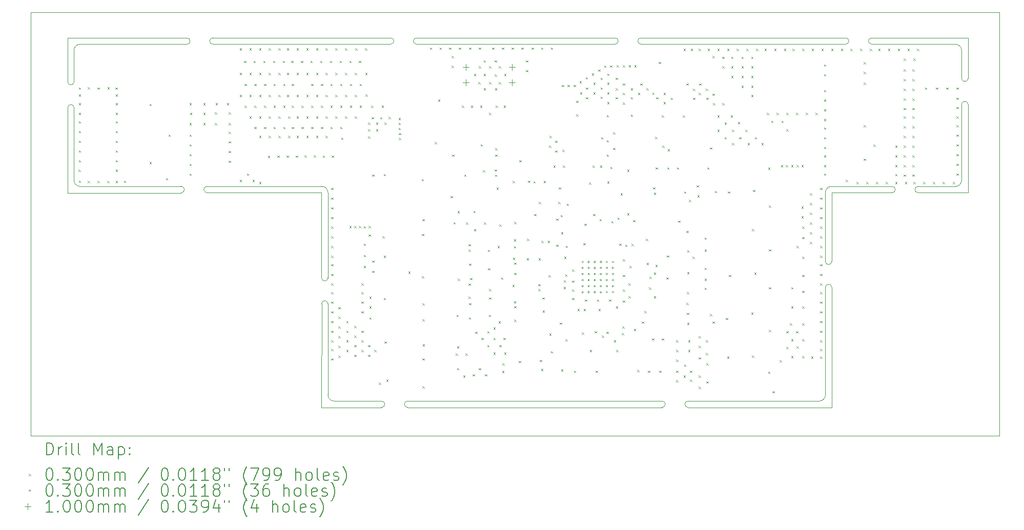
<source format=gbr>
%TF.GenerationSoftware,KiCad,Pcbnew,8.0.2*%
%TF.CreationDate,2025-02-09T16:12:08+01:00*%
%TF.ProjectId,FT25_AMS_Slave_fr,46543235-5f41-44d5-935f-536c6176655f,rev?*%
%TF.SameCoordinates,Original*%
%TF.FileFunction,Drillmap*%
%TF.FilePolarity,Positive*%
%FSLAX45Y45*%
G04 Gerber Fmt 4.5, Leading zero omitted, Abs format (unit mm)*
G04 Created by KiCad (PCBNEW 8.0.2) date 2025-02-09 16:12:08*
%MOMM*%
%LPD*%
G01*
G04 APERTURE LIST*
%ADD10C,0.050000*%
%ADD11C,0.200000*%
%ADD12C,0.100000*%
G04 APERTURE END LIST*
D10*
X15805000Y-7530000D02*
X19184912Y-7530000D01*
X8635000Y-9985000D02*
G75*
G02*
X8635000Y-9880000I0J52500D01*
G01*
X16582500Y-13535000D02*
G75*
G02*
X16582500Y-13430000I0J52500D01*
G01*
X5725000Y-7005000D02*
X21725000Y-7005000D01*
X21725000Y-14005000D01*
X5725000Y-14005000D01*
X5725000Y-7005000D01*
X18850000Y-9980001D02*
X18850000Y-11120000D01*
X19184912Y-7425082D02*
G75*
G02*
X19184912Y-7529918I-2J-52418D01*
G01*
X21100000Y-9780001D02*
G75*
G02*
X21000000Y-9880000I-100000J1D01*
G01*
X21205000Y-8095000D02*
X21205000Y-7425000D01*
X10527500Y-11392500D02*
X10527500Y-9985000D01*
X18955000Y-11120000D02*
G75*
G02*
X18850000Y-11120000I-52500J0D01*
G01*
X10632112Y-9980001D02*
X10632500Y-11392500D01*
X15805000Y-7530000D02*
G75*
G02*
X15805000Y-7425000I0J52500D01*
G01*
X18850000Y-13330001D02*
G75*
G02*
X18750000Y-13430000I-100000J1D01*
G01*
X18750000Y-13430000D02*
X16582500Y-13430000D01*
X8732500Y-7425000D02*
X11667582Y-7425000D01*
X11948330Y-13535000D02*
X16152412Y-13535000D01*
X6437613Y-7630001D02*
G75*
G02*
X6537613Y-7530003I99997J1D01*
G01*
X19615000Y-7530000D02*
X21000001Y-7530000D01*
X10527582Y-11822588D02*
G75*
G02*
X10632418Y-11822588I52418J0D01*
G01*
X20382500Y-9880000D02*
X21000000Y-9880000D01*
X6332500Y-8580000D02*
X6332500Y-9987500D01*
X19952412Y-9984918D02*
X18955000Y-9984918D01*
X20382500Y-9985000D02*
G75*
G02*
X20382500Y-9880000I0J52500D01*
G01*
X8302412Y-7425082D02*
X6332500Y-7425082D01*
X18950348Y-9880000D02*
X19952412Y-9880000D01*
X21205000Y-8095000D02*
G75*
G02*
X21100000Y-8095000I-52500J0D01*
G01*
X8635000Y-9880000D02*
X10532111Y-9880000D01*
X21000001Y-7530000D02*
G75*
G02*
X21099998Y-7629384I-1J-100000D01*
G01*
X6437500Y-8580000D02*
X6437613Y-9780375D01*
X8732500Y-7530000D02*
X11667582Y-7530000D01*
X11518242Y-13430082D02*
G75*
G02*
X11518242Y-13534918I-2J-52418D01*
G01*
X8302412Y-7529918D02*
X6537613Y-7529918D01*
X12097670Y-7425000D02*
X15374912Y-7425000D01*
X6437418Y-8149912D02*
G75*
G02*
X6332582Y-8149912I-52418J0D01*
G01*
X6332500Y-8580000D02*
G75*
G02*
X6437500Y-8580000I52500J0D01*
G01*
X12097670Y-7530000D02*
X15374912Y-7530000D01*
X10732111Y-13430000D02*
G75*
G02*
X10632110Y-13330001I-1J100000D01*
G01*
X15374912Y-7425082D02*
G75*
G02*
X15374912Y-7529918I-2J-52418D01*
G01*
X18955000Y-11120000D02*
X18955000Y-9984918D01*
X18954918Y-11550088D02*
X18954918Y-13535000D01*
X6332500Y-9987500D02*
X8204912Y-9987500D01*
X10632418Y-11822588D02*
X10632112Y-13330001D01*
X10532111Y-9880000D02*
G75*
G02*
X10632110Y-9980001I-1J-100000D01*
G01*
X10632500Y-11392500D02*
G75*
G02*
X10527500Y-11392500I-52500J0D01*
G01*
X6437613Y-7630001D02*
X6437613Y-8149912D01*
X21202500Y-9985000D02*
X21204918Y-9985000D01*
X19615000Y-7425000D02*
X21205000Y-7425000D01*
X11518242Y-13430082D02*
X10732111Y-13430082D01*
X15805000Y-7425000D02*
X19184912Y-7425000D01*
X11518242Y-13534918D02*
X10527500Y-13534918D01*
X11667582Y-7425082D02*
G75*
G02*
X11667582Y-7529918I-2J-52418D01*
G01*
X11948330Y-13535000D02*
G75*
G02*
X11948330Y-13430000I0J52500D01*
G01*
X16152412Y-13430082D02*
G75*
G02*
X16152412Y-13534918I-2J-52418D01*
G01*
X21100000Y-8095000D02*
X21100000Y-7629384D01*
X8732500Y-7530000D02*
G75*
G02*
X8732500Y-7425000I0J52500D01*
G01*
X19952412Y-9880082D02*
G75*
G02*
X19952412Y-9984918I-2J-52418D01*
G01*
X8635000Y-9985000D02*
X10527500Y-9985000D01*
X18850082Y-11550088D02*
G75*
G02*
X18954918Y-11550088I52418J0D01*
G01*
X19615000Y-7530000D02*
G75*
G02*
X19615000Y-7425000I0J52500D01*
G01*
X8302412Y-7425082D02*
G75*
G02*
X8302412Y-7529918I-2J-52418D01*
G01*
X21204918Y-8525088D02*
X21204918Y-9985000D01*
X21100082Y-8525088D02*
X21100082Y-9780001D01*
X18850082Y-11550088D02*
X18850000Y-13330001D01*
X21100082Y-8525088D02*
G75*
G02*
X21204918Y-8525088I52418J0D01*
G01*
X12097670Y-7530000D02*
G75*
G02*
X12097670Y-7425000I0J52500D01*
G01*
X6332500Y-7425000D02*
X6332500Y-8149912D01*
X8204912Y-9877500D02*
G75*
G02*
X8204912Y-9987500I-2J-55000D01*
G01*
X20382500Y-9985000D02*
X21202500Y-9985000D01*
X10527582Y-11822588D02*
X10527500Y-13534918D01*
X16582500Y-13535000D02*
X18954918Y-13535000D01*
X6537611Y-9880000D02*
G75*
G02*
X6437611Y-9780375I-1J100000D01*
G01*
X6537611Y-9880000D02*
X8204912Y-9877500D01*
X16152412Y-13430082D02*
X11948330Y-13430082D01*
X18850000Y-9980001D02*
G75*
G02*
X18950348Y-9880001I100000J1D01*
G01*
D11*
D12*
X6510000Y-9605000D02*
X6540000Y-9635000D01*
X6540000Y-9605000D02*
X6510000Y-9635000D01*
X6515000Y-8245000D02*
X6545000Y-8275000D01*
X6545000Y-8245000D02*
X6515000Y-8275000D01*
X6515000Y-8360000D02*
X6545000Y-8390000D01*
X6545000Y-8360000D02*
X6515000Y-8390000D01*
X6515000Y-8505000D02*
X6545000Y-8535000D01*
X6545000Y-8505000D02*
X6515000Y-8535000D01*
X6515000Y-8665000D02*
X6545000Y-8695000D01*
X6545000Y-8665000D02*
X6515000Y-8695000D01*
X6515000Y-8805000D02*
X6545000Y-8835000D01*
X6545000Y-8805000D02*
X6515000Y-8835000D01*
X6515000Y-8965000D02*
X6545000Y-8995000D01*
X6545000Y-8965000D02*
X6515000Y-8995000D01*
X6515000Y-9125000D02*
X6545000Y-9155000D01*
X6545000Y-9125000D02*
X6515000Y-9155000D01*
X6515000Y-9285000D02*
X6545000Y-9315000D01*
X6545000Y-9285000D02*
X6515000Y-9315000D01*
X6515000Y-9445000D02*
X6545000Y-9475000D01*
X6545000Y-9445000D02*
X6515000Y-9475000D01*
X6515000Y-9785000D02*
X6545000Y-9815000D01*
X6545000Y-9785000D02*
X6515000Y-9815000D01*
X6665000Y-8240000D02*
X6695000Y-8270000D01*
X6695000Y-8240000D02*
X6665000Y-8270000D01*
X6665000Y-9790000D02*
X6695000Y-9820000D01*
X6695000Y-9790000D02*
X6665000Y-9820000D01*
X6825000Y-8245000D02*
X6855000Y-8275000D01*
X6855000Y-8245000D02*
X6825000Y-8275000D01*
X6825000Y-9790000D02*
X6855000Y-9820000D01*
X6855000Y-9790000D02*
X6825000Y-9820000D01*
X6985000Y-9790000D02*
X7015000Y-9820000D01*
X7015000Y-9790000D02*
X6985000Y-9820000D01*
X6990000Y-8240000D02*
X7020000Y-8270000D01*
X7020000Y-8240000D02*
X6990000Y-8270000D01*
X7120000Y-8245000D02*
X7150000Y-8275000D01*
X7150000Y-8245000D02*
X7120000Y-8275000D01*
X7125000Y-8360000D02*
X7155000Y-8390000D01*
X7155000Y-8360000D02*
X7125000Y-8390000D01*
X7125000Y-8505000D02*
X7155000Y-8535000D01*
X7155000Y-8505000D02*
X7125000Y-8535000D01*
X7125000Y-8665000D02*
X7155000Y-8695000D01*
X7155000Y-8665000D02*
X7125000Y-8695000D01*
X7125000Y-8805000D02*
X7155000Y-8835000D01*
X7155000Y-8805000D02*
X7125000Y-8835000D01*
X7125000Y-8965000D02*
X7155000Y-8995000D01*
X7155000Y-8965000D02*
X7125000Y-8995000D01*
X7125000Y-9125000D02*
X7155000Y-9155000D01*
X7155000Y-9125000D02*
X7125000Y-9155000D01*
X7125000Y-9285000D02*
X7155000Y-9315000D01*
X7155000Y-9285000D02*
X7125000Y-9315000D01*
X7125000Y-9445000D02*
X7155000Y-9475000D01*
X7155000Y-9445000D02*
X7125000Y-9475000D01*
X7125000Y-9605000D02*
X7155000Y-9635000D01*
X7155000Y-9605000D02*
X7125000Y-9635000D01*
X7125000Y-9790000D02*
X7155000Y-9820000D01*
X7155000Y-9790000D02*
X7125000Y-9820000D01*
X7260000Y-9785000D02*
X7290000Y-9815000D01*
X7290000Y-9785000D02*
X7260000Y-9815000D01*
X7685000Y-8515000D02*
X7715000Y-8545000D01*
X7715000Y-8515000D02*
X7685000Y-8545000D01*
X7685000Y-9475000D02*
X7715000Y-9505000D01*
X7715000Y-9475000D02*
X7685000Y-9505000D01*
X7955000Y-9742500D02*
X7985000Y-9772500D01*
X7985000Y-9742500D02*
X7955000Y-9772500D01*
X7997500Y-9022500D02*
X8027500Y-9052500D01*
X8027500Y-9022500D02*
X7997500Y-9052500D01*
X8345000Y-8505000D02*
X8375000Y-8535000D01*
X8375000Y-8505000D02*
X8345000Y-8535000D01*
X8345000Y-8835000D02*
X8375000Y-8865000D01*
X8375000Y-8835000D02*
X8345000Y-8865000D01*
X8345000Y-9025000D02*
X8375000Y-9055000D01*
X8375000Y-9025000D02*
X8345000Y-9055000D01*
X8345000Y-9185000D02*
X8375000Y-9215000D01*
X8375000Y-9185000D02*
X8345000Y-9215000D01*
X8345000Y-9345000D02*
X8375000Y-9375000D01*
X8375000Y-9345000D02*
X8345000Y-9375000D01*
X8345000Y-9505000D02*
X8375000Y-9535000D01*
X8375000Y-9505000D02*
X8345000Y-9535000D01*
X8345000Y-9665000D02*
X8375000Y-9695000D01*
X8375000Y-9665000D02*
X8345000Y-9695000D01*
X8355000Y-8665000D02*
X8385000Y-8695000D01*
X8385000Y-8665000D02*
X8355000Y-8695000D01*
X8575000Y-8505000D02*
X8605000Y-8535000D01*
X8605000Y-8505000D02*
X8575000Y-8535000D01*
X8575000Y-8665000D02*
X8605000Y-8695000D01*
X8605000Y-8665000D02*
X8575000Y-8695000D01*
X8575000Y-8835000D02*
X8605000Y-8865000D01*
X8605000Y-8835000D02*
X8575000Y-8865000D01*
X8765000Y-8655000D02*
X8795000Y-8685000D01*
X8795000Y-8655000D02*
X8765000Y-8685000D01*
X8765000Y-8835000D02*
X8795000Y-8865000D01*
X8795000Y-8835000D02*
X8765000Y-8865000D01*
X8775000Y-8505000D02*
X8805000Y-8535000D01*
X8805000Y-8505000D02*
X8775000Y-8535000D01*
X8965000Y-8505000D02*
X8995000Y-8535000D01*
X8995000Y-8505000D02*
X8965000Y-8535000D01*
X8995000Y-8655000D02*
X9025000Y-8685000D01*
X9025000Y-8655000D02*
X8995000Y-8685000D01*
X8995000Y-8835000D02*
X9025000Y-8865000D01*
X9025000Y-8835000D02*
X8995000Y-8865000D01*
X8995000Y-8975000D02*
X9025000Y-9005000D01*
X9025000Y-8975000D02*
X8995000Y-9005000D01*
X8995000Y-9135000D02*
X9025000Y-9165000D01*
X9025000Y-9135000D02*
X8995000Y-9165000D01*
X8995000Y-9295000D02*
X9025000Y-9325000D01*
X9025000Y-9295000D02*
X8995000Y-9325000D01*
X8995000Y-9455000D02*
X9025000Y-9485000D01*
X9025000Y-9455000D02*
X8995000Y-9485000D01*
X9175000Y-7595000D02*
X9205000Y-7625000D01*
X9205000Y-7595000D02*
X9175000Y-7625000D01*
X9175000Y-8005000D02*
X9205000Y-8035000D01*
X9205000Y-8005000D02*
X9175000Y-8035000D01*
X9175000Y-8365000D02*
X9205000Y-8395000D01*
X9205000Y-8365000D02*
X9175000Y-8395000D01*
X9175000Y-9775000D02*
X9205000Y-9805000D01*
X9205000Y-9775000D02*
X9175000Y-9805000D01*
X9245000Y-7805000D02*
X9275000Y-7835000D01*
X9275000Y-7805000D02*
X9245000Y-7835000D01*
X9255000Y-8185000D02*
X9285000Y-8215000D01*
X9285000Y-8185000D02*
X9255000Y-8215000D01*
X9255000Y-8545000D02*
X9285000Y-8575000D01*
X9285000Y-8545000D02*
X9255000Y-8575000D01*
X9295000Y-9665000D02*
X9325000Y-9695000D01*
X9325000Y-9665000D02*
X9295000Y-9695000D01*
X9335000Y-7595000D02*
X9365000Y-7625000D01*
X9365000Y-7595000D02*
X9335000Y-7625000D01*
X9335000Y-8005000D02*
X9365000Y-8035000D01*
X9365000Y-8005000D02*
X9335000Y-8035000D01*
X9335000Y-8365000D02*
X9365000Y-8395000D01*
X9365000Y-8365000D02*
X9335000Y-8395000D01*
X9335000Y-8725000D02*
X9365000Y-8755000D01*
X9365000Y-8725000D02*
X9335000Y-8755000D01*
X9385000Y-9775000D02*
X9415000Y-9805000D01*
X9415000Y-9775000D02*
X9385000Y-9805000D01*
X9405000Y-7805000D02*
X9435000Y-7835000D01*
X9435000Y-7805000D02*
X9405000Y-7835000D01*
X9415000Y-8185000D02*
X9445000Y-8215000D01*
X9445000Y-8185000D02*
X9415000Y-8215000D01*
X9415000Y-8545000D02*
X9445000Y-8575000D01*
X9445000Y-8545000D02*
X9415000Y-8575000D01*
X9415000Y-8895000D02*
X9445000Y-8925000D01*
X9445000Y-8895000D02*
X9415000Y-8925000D01*
X9495000Y-7595000D02*
X9525000Y-7625000D01*
X9525000Y-7595000D02*
X9495000Y-7625000D01*
X9495000Y-8005000D02*
X9525000Y-8035000D01*
X9525000Y-8005000D02*
X9495000Y-8035000D01*
X9495000Y-8365000D02*
X9525000Y-8395000D01*
X9525000Y-8365000D02*
X9495000Y-8395000D01*
X9495000Y-8725000D02*
X9525000Y-8755000D01*
X9525000Y-8725000D02*
X9495000Y-8755000D01*
X9495000Y-9045000D02*
X9525000Y-9075000D01*
X9525000Y-9045000D02*
X9495000Y-9075000D01*
X9495000Y-9805000D02*
X9525000Y-9835000D01*
X9525000Y-9805000D02*
X9495000Y-9835000D01*
X9565000Y-7805000D02*
X9595000Y-7835000D01*
X9595000Y-7805000D02*
X9565000Y-7835000D01*
X9575000Y-8185000D02*
X9605000Y-8215000D01*
X9605000Y-8185000D02*
X9575000Y-8215000D01*
X9575000Y-8545000D02*
X9605000Y-8575000D01*
X9605000Y-8545000D02*
X9575000Y-8575000D01*
X9575000Y-8895000D02*
X9605000Y-8925000D01*
X9605000Y-8895000D02*
X9575000Y-8925000D01*
X9640000Y-9375000D02*
X9670000Y-9405000D01*
X9670000Y-9375000D02*
X9640000Y-9405000D01*
X9655000Y-7595000D02*
X9685000Y-7625000D01*
X9685000Y-7595000D02*
X9655000Y-7625000D01*
X9655000Y-8005000D02*
X9685000Y-8035000D01*
X9685000Y-8005000D02*
X9655000Y-8035000D01*
X9655000Y-8365000D02*
X9685000Y-8395000D01*
X9685000Y-8365000D02*
X9655000Y-8395000D01*
X9655000Y-8725000D02*
X9685000Y-8755000D01*
X9685000Y-8725000D02*
X9655000Y-8755000D01*
X9655000Y-9045000D02*
X9685000Y-9075000D01*
X9685000Y-9045000D02*
X9655000Y-9075000D01*
X9725000Y-7805000D02*
X9755000Y-7835000D01*
X9755000Y-7805000D02*
X9725000Y-7835000D01*
X9735000Y-8185000D02*
X9765000Y-8215000D01*
X9765000Y-8185000D02*
X9735000Y-8215000D01*
X9735000Y-8545000D02*
X9765000Y-8575000D01*
X9765000Y-8545000D02*
X9735000Y-8575000D01*
X9735000Y-8895000D02*
X9765000Y-8925000D01*
X9765000Y-8895000D02*
X9735000Y-8925000D01*
X9795000Y-9370000D02*
X9825000Y-9400000D01*
X9825000Y-9370000D02*
X9795000Y-9400000D01*
X9815000Y-7595000D02*
X9845000Y-7625000D01*
X9845000Y-7595000D02*
X9815000Y-7625000D01*
X9815000Y-8005000D02*
X9845000Y-8035000D01*
X9845000Y-8005000D02*
X9815000Y-8035000D01*
X9815000Y-8365000D02*
X9845000Y-8395000D01*
X9845000Y-8365000D02*
X9815000Y-8395000D01*
X9815000Y-8725000D02*
X9845000Y-8755000D01*
X9845000Y-8725000D02*
X9815000Y-8755000D01*
X9815000Y-9045000D02*
X9845000Y-9075000D01*
X9845000Y-9045000D02*
X9815000Y-9075000D01*
X9885000Y-7805000D02*
X9915000Y-7835000D01*
X9915000Y-7805000D02*
X9885000Y-7835000D01*
X9895000Y-8185000D02*
X9925000Y-8215000D01*
X9925000Y-8185000D02*
X9895000Y-8215000D01*
X9895000Y-8545000D02*
X9925000Y-8575000D01*
X9925000Y-8545000D02*
X9895000Y-8575000D01*
X9895000Y-8895000D02*
X9925000Y-8925000D01*
X9925000Y-8895000D02*
X9895000Y-8925000D01*
X9950000Y-9370000D02*
X9980000Y-9400000D01*
X9980000Y-9370000D02*
X9950000Y-9400000D01*
X9955000Y-7595000D02*
X9985000Y-7625000D01*
X9985000Y-7595000D02*
X9955000Y-7625000D01*
X9955000Y-8005000D02*
X9985000Y-8035000D01*
X9985000Y-8005000D02*
X9955000Y-8035000D01*
X9955000Y-8365000D02*
X9985000Y-8395000D01*
X9985000Y-8365000D02*
X9955000Y-8395000D01*
X9975000Y-8725000D02*
X10005000Y-8755000D01*
X10005000Y-8725000D02*
X9975000Y-8755000D01*
X9975000Y-9045000D02*
X10005000Y-9075000D01*
X10005000Y-9045000D02*
X9975000Y-9075000D01*
X10025000Y-7805000D02*
X10055000Y-7835000D01*
X10055000Y-7805000D02*
X10025000Y-7835000D01*
X10035000Y-8185000D02*
X10065000Y-8215000D01*
X10065000Y-8185000D02*
X10035000Y-8215000D01*
X10035000Y-8545000D02*
X10065000Y-8575000D01*
X10065000Y-8545000D02*
X10035000Y-8575000D01*
X10035000Y-8895000D02*
X10065000Y-8925000D01*
X10065000Y-8895000D02*
X10035000Y-8925000D01*
X10100000Y-9370000D02*
X10130000Y-9400000D01*
X10130000Y-9370000D02*
X10100000Y-9400000D01*
X10115000Y-7595000D02*
X10145000Y-7625000D01*
X10145000Y-7595000D02*
X10115000Y-7625000D01*
X10115000Y-8005000D02*
X10145000Y-8035000D01*
X10145000Y-8005000D02*
X10115000Y-8035000D01*
X10115000Y-8365000D02*
X10145000Y-8395000D01*
X10145000Y-8365000D02*
X10115000Y-8395000D01*
X10115000Y-8725000D02*
X10145000Y-8755000D01*
X10145000Y-8725000D02*
X10115000Y-8755000D01*
X10115000Y-9045000D02*
X10145000Y-9075000D01*
X10145000Y-9045000D02*
X10115000Y-9075000D01*
X10185000Y-7805000D02*
X10215000Y-7835000D01*
X10215000Y-7805000D02*
X10185000Y-7835000D01*
X10195000Y-8545000D02*
X10225000Y-8575000D01*
X10225000Y-8545000D02*
X10195000Y-8575000D01*
X10195000Y-8895000D02*
X10225000Y-8925000D01*
X10225000Y-8895000D02*
X10195000Y-8925000D01*
X10245000Y-9365000D02*
X10275000Y-9395000D01*
X10275000Y-9365000D02*
X10245000Y-9395000D01*
X10275000Y-7595000D02*
X10305000Y-7625000D01*
X10305000Y-7595000D02*
X10275000Y-7625000D01*
X10275000Y-8005000D02*
X10305000Y-8035000D01*
X10305000Y-8005000D02*
X10275000Y-8035000D01*
X10275000Y-8365000D02*
X10305000Y-8395000D01*
X10305000Y-8365000D02*
X10275000Y-8395000D01*
X10275000Y-8725000D02*
X10305000Y-8755000D01*
X10305000Y-8725000D02*
X10275000Y-8755000D01*
X10275000Y-9045000D02*
X10305000Y-9075000D01*
X10305000Y-9045000D02*
X10275000Y-9075000D01*
X10345000Y-7805000D02*
X10375000Y-7835000D01*
X10375000Y-7805000D02*
X10345000Y-7835000D01*
X10355000Y-8185000D02*
X10385000Y-8215000D01*
X10385000Y-8185000D02*
X10355000Y-8215000D01*
X10355000Y-8545000D02*
X10385000Y-8575000D01*
X10385000Y-8545000D02*
X10355000Y-8575000D01*
X10355000Y-8895000D02*
X10385000Y-8925000D01*
X10385000Y-8895000D02*
X10355000Y-8925000D01*
X10400000Y-9365000D02*
X10430000Y-9395000D01*
X10430000Y-9365000D02*
X10400000Y-9395000D01*
X10435000Y-7595000D02*
X10465000Y-7625000D01*
X10465000Y-7595000D02*
X10435000Y-7625000D01*
X10435000Y-8005000D02*
X10465000Y-8035000D01*
X10465000Y-8005000D02*
X10435000Y-8035000D01*
X10435000Y-8365000D02*
X10465000Y-8395000D01*
X10465000Y-8365000D02*
X10435000Y-8395000D01*
X10435000Y-8725000D02*
X10465000Y-8755000D01*
X10465000Y-8725000D02*
X10435000Y-8755000D01*
X10435000Y-9045000D02*
X10465000Y-9075000D01*
X10465000Y-9045000D02*
X10435000Y-9075000D01*
X10505000Y-7805000D02*
X10535000Y-7835000D01*
X10535000Y-7805000D02*
X10505000Y-7835000D01*
X10515000Y-8185000D02*
X10545000Y-8215000D01*
X10545000Y-8185000D02*
X10515000Y-8215000D01*
X10515000Y-8545000D02*
X10545000Y-8575000D01*
X10545000Y-8545000D02*
X10515000Y-8575000D01*
X10515000Y-8895000D02*
X10545000Y-8925000D01*
X10545000Y-8895000D02*
X10515000Y-8925000D01*
X10545000Y-9370000D02*
X10575000Y-9400000D01*
X10575000Y-9370000D02*
X10545000Y-9400000D01*
X10595000Y-7595000D02*
X10625000Y-7625000D01*
X10625000Y-7595000D02*
X10595000Y-7625000D01*
X10595000Y-8005000D02*
X10625000Y-8035000D01*
X10625000Y-8005000D02*
X10595000Y-8035000D01*
X10595000Y-8365000D02*
X10625000Y-8395000D01*
X10625000Y-8365000D02*
X10595000Y-8395000D01*
X10595000Y-8725000D02*
X10625000Y-8755000D01*
X10625000Y-8725000D02*
X10595000Y-8755000D01*
X10595000Y-9045000D02*
X10625000Y-9075000D01*
X10625000Y-9045000D02*
X10595000Y-9075000D01*
X10665000Y-7805000D02*
X10695000Y-7835000D01*
X10695000Y-7805000D02*
X10665000Y-7835000D01*
X10675000Y-8185000D02*
X10705000Y-8215000D01*
X10705000Y-8185000D02*
X10675000Y-8215000D01*
X10675000Y-8545000D02*
X10705000Y-8575000D01*
X10705000Y-8545000D02*
X10675000Y-8575000D01*
X10675000Y-8895000D02*
X10705000Y-8925000D01*
X10705000Y-8895000D02*
X10675000Y-8925000D01*
X10685000Y-9905000D02*
X10715000Y-9935000D01*
X10715000Y-9905000D02*
X10685000Y-9935000D01*
X10685000Y-10065000D02*
X10715000Y-10095000D01*
X10715000Y-10065000D02*
X10685000Y-10095000D01*
X10685000Y-10225000D02*
X10715000Y-10255000D01*
X10715000Y-10225000D02*
X10685000Y-10255000D01*
X10685000Y-10385000D02*
X10715000Y-10415000D01*
X10715000Y-10385000D02*
X10685000Y-10415000D01*
X10685000Y-10545000D02*
X10715000Y-10575000D01*
X10715000Y-10545000D02*
X10685000Y-10575000D01*
X10685000Y-10705000D02*
X10715000Y-10735000D01*
X10715000Y-10705000D02*
X10685000Y-10735000D01*
X10685000Y-10865000D02*
X10715000Y-10895000D01*
X10715000Y-10865000D02*
X10685000Y-10895000D01*
X10685000Y-11025000D02*
X10715000Y-11055000D01*
X10715000Y-11025000D02*
X10685000Y-11055000D01*
X10685000Y-11165000D02*
X10715000Y-11195000D01*
X10715000Y-11165000D02*
X10685000Y-11195000D01*
X10685000Y-11325000D02*
X10715000Y-11355000D01*
X10715000Y-11325000D02*
X10685000Y-11355000D01*
X10685000Y-11485000D02*
X10715000Y-11515000D01*
X10715000Y-11485000D02*
X10685000Y-11515000D01*
X10685000Y-11625000D02*
X10715000Y-11655000D01*
X10715000Y-11625000D02*
X10685000Y-11655000D01*
X10685000Y-11785000D02*
X10715000Y-11815000D01*
X10715000Y-11785000D02*
X10685000Y-11815000D01*
X10685000Y-11945000D02*
X10715000Y-11975000D01*
X10715000Y-11945000D02*
X10685000Y-11975000D01*
X10685000Y-12105000D02*
X10715000Y-12135000D01*
X10715000Y-12105000D02*
X10685000Y-12135000D01*
X10685000Y-12265000D02*
X10715000Y-12295000D01*
X10715000Y-12265000D02*
X10685000Y-12295000D01*
X10685000Y-12425000D02*
X10715000Y-12455000D01*
X10715000Y-12425000D02*
X10685000Y-12455000D01*
X10685000Y-12565000D02*
X10715000Y-12595000D01*
X10715000Y-12565000D02*
X10685000Y-12595000D01*
X10685000Y-12725000D02*
X10715000Y-12755000D01*
X10715000Y-12725000D02*
X10685000Y-12755000D01*
X10695000Y-9370000D02*
X10725000Y-9400000D01*
X10725000Y-9370000D02*
X10695000Y-9400000D01*
X10755000Y-7595000D02*
X10785000Y-7625000D01*
X10785000Y-7595000D02*
X10755000Y-7625000D01*
X10755000Y-8005000D02*
X10785000Y-8035000D01*
X10785000Y-8005000D02*
X10755000Y-8035000D01*
X10755000Y-8365000D02*
X10785000Y-8395000D01*
X10785000Y-8365000D02*
X10755000Y-8395000D01*
X10755000Y-8725000D02*
X10785000Y-8755000D01*
X10785000Y-8725000D02*
X10755000Y-8755000D01*
X10805000Y-11875000D02*
X10835000Y-11905000D01*
X10835000Y-11875000D02*
X10805000Y-11905000D01*
X10805000Y-12035000D02*
X10835000Y-12065000D01*
X10835000Y-12035000D02*
X10805000Y-12065000D01*
X10805000Y-12195000D02*
X10835000Y-12225000D01*
X10835000Y-12195000D02*
X10805000Y-12225000D01*
X10805000Y-12355000D02*
X10835000Y-12385000D01*
X10835000Y-12355000D02*
X10805000Y-12385000D01*
X10805000Y-12515000D02*
X10835000Y-12545000D01*
X10835000Y-12515000D02*
X10805000Y-12545000D01*
X10805000Y-12675000D02*
X10835000Y-12705000D01*
X10835000Y-12675000D02*
X10805000Y-12705000D01*
X10825000Y-7805000D02*
X10855000Y-7835000D01*
X10855000Y-7805000D02*
X10825000Y-7835000D01*
X10835000Y-8185000D02*
X10865000Y-8215000D01*
X10865000Y-8185000D02*
X10835000Y-8215000D01*
X10835000Y-8545000D02*
X10865000Y-8575000D01*
X10865000Y-8545000D02*
X10835000Y-8575000D01*
X10835000Y-8895000D02*
X10865000Y-8925000D01*
X10865000Y-8895000D02*
X10835000Y-8925000D01*
X10850000Y-9075000D02*
X10880000Y-9105000D01*
X10880000Y-9075000D02*
X10850000Y-9105000D01*
X10915000Y-7595000D02*
X10945000Y-7625000D01*
X10945000Y-7595000D02*
X10915000Y-7625000D01*
X10915000Y-8005000D02*
X10945000Y-8035000D01*
X10945000Y-8005000D02*
X10915000Y-8035000D01*
X10915000Y-8365000D02*
X10945000Y-8395000D01*
X10945000Y-8365000D02*
X10915000Y-8395000D01*
X10915000Y-8725000D02*
X10945000Y-8755000D01*
X10945000Y-8725000D02*
X10915000Y-8755000D01*
X10935000Y-12105000D02*
X10965000Y-12135000D01*
X10965000Y-12105000D02*
X10935000Y-12135000D01*
X10935000Y-12265000D02*
X10965000Y-12295000D01*
X10965000Y-12265000D02*
X10935000Y-12295000D01*
X10935000Y-12425000D02*
X10965000Y-12455000D01*
X10965000Y-12425000D02*
X10935000Y-12455000D01*
X10935000Y-12585000D02*
X10965000Y-12615000D01*
X10965000Y-12585000D02*
X10935000Y-12615000D01*
X10985000Y-7805000D02*
X11015000Y-7835000D01*
X11015000Y-7805000D02*
X10985000Y-7835000D01*
X10985000Y-10535000D02*
X11015000Y-10565000D01*
X11015000Y-10535000D02*
X10985000Y-10565000D01*
X10995000Y-8185000D02*
X11025000Y-8215000D01*
X11025000Y-8185000D02*
X10995000Y-8215000D01*
X10995000Y-8545000D02*
X11025000Y-8575000D01*
X11025000Y-8545000D02*
X10995000Y-8575000D01*
X11065000Y-10535000D02*
X11095000Y-10565000D01*
X11095000Y-10535000D02*
X11065000Y-10565000D01*
X11065000Y-12185000D02*
X11095000Y-12215000D01*
X11095000Y-12185000D02*
X11065000Y-12215000D01*
X11065000Y-12345000D02*
X11095000Y-12375000D01*
X11095000Y-12345000D02*
X11065000Y-12375000D01*
X11065000Y-12505000D02*
X11095000Y-12535000D01*
X11095000Y-12505000D02*
X11065000Y-12535000D01*
X11065000Y-12665000D02*
X11095000Y-12695000D01*
X11095000Y-12665000D02*
X11065000Y-12695000D01*
X11075000Y-8005000D02*
X11105000Y-8035000D01*
X11105000Y-8005000D02*
X11075000Y-8035000D01*
X11075000Y-8365000D02*
X11105000Y-8395000D01*
X11105000Y-8365000D02*
X11075000Y-8395000D01*
X11075000Y-8725000D02*
X11105000Y-8755000D01*
X11105000Y-8725000D02*
X11075000Y-8755000D01*
X11085000Y-7595000D02*
X11115000Y-7625000D01*
X11115000Y-7595000D02*
X11085000Y-7625000D01*
X11145000Y-7805000D02*
X11175000Y-7835000D01*
X11175000Y-7805000D02*
X11145000Y-7835000D01*
X11145000Y-10535000D02*
X11175000Y-10565000D01*
X11175000Y-10535000D02*
X11145000Y-10565000D01*
X11155000Y-8185000D02*
X11185000Y-8215000D01*
X11185000Y-8185000D02*
X11155000Y-8215000D01*
X11155000Y-8545000D02*
X11185000Y-8575000D01*
X11185000Y-8545000D02*
X11155000Y-8575000D01*
X11185000Y-11485000D02*
X11215000Y-11515000D01*
X11215000Y-11485000D02*
X11185000Y-11515000D01*
X11185000Y-11625000D02*
X11215000Y-11655000D01*
X11215000Y-11625000D02*
X11185000Y-11655000D01*
X11185000Y-11785000D02*
X11215000Y-11815000D01*
X11215000Y-11785000D02*
X11185000Y-11815000D01*
X11185000Y-11945000D02*
X11215000Y-11975000D01*
X11215000Y-11945000D02*
X11185000Y-11975000D01*
X11185000Y-12265000D02*
X11215000Y-12295000D01*
X11215000Y-12265000D02*
X11185000Y-12295000D01*
X11185000Y-12425000D02*
X11215000Y-12455000D01*
X11215000Y-12425000D02*
X11185000Y-12455000D01*
X11185000Y-12585000D02*
X11215000Y-12615000D01*
X11215000Y-12585000D02*
X11185000Y-12615000D01*
X11224823Y-10540322D02*
X11254823Y-10570322D01*
X11254823Y-10540322D02*
X11224823Y-10570322D01*
X11225000Y-10825000D02*
X11255000Y-10855000D01*
X11255000Y-10825000D02*
X11225000Y-10855000D01*
X11225000Y-11015000D02*
X11255000Y-11045000D01*
X11255000Y-11015000D02*
X11225000Y-11045000D01*
X11225000Y-11195000D02*
X11255000Y-11225000D01*
X11255000Y-11195000D02*
X11225000Y-11225000D01*
X11245000Y-7595000D02*
X11275000Y-7625000D01*
X11275000Y-7595000D02*
X11245000Y-7625000D01*
X11250000Y-8005000D02*
X11280000Y-8035000D01*
X11280000Y-8005000D02*
X11250000Y-8035000D01*
X11255000Y-8360000D02*
X11285000Y-8390000D01*
X11285000Y-8360000D02*
X11255000Y-8390000D01*
X11295000Y-8825000D02*
X11325000Y-8855000D01*
X11325000Y-8825000D02*
X11295000Y-8855000D01*
X11295000Y-8935000D02*
X11325000Y-8965000D01*
X11325000Y-8935000D02*
X11295000Y-8965000D01*
X11295000Y-9055000D02*
X11325000Y-9085000D01*
X11325000Y-9055000D02*
X11295000Y-9085000D01*
X11295000Y-12505000D02*
X11325000Y-12535000D01*
X11325000Y-12505000D02*
X11295000Y-12535000D01*
X11295000Y-12665000D02*
X11325000Y-12695000D01*
X11325000Y-12665000D02*
X11295000Y-12695000D01*
X11305000Y-10535000D02*
X11335000Y-10565000D01*
X11335000Y-10535000D02*
X11305000Y-10565000D01*
X11305000Y-10675000D02*
X11335000Y-10705000D01*
X11335000Y-10675000D02*
X11305000Y-10705000D01*
X11315000Y-11705000D02*
X11345000Y-11735000D01*
X11345000Y-11705000D02*
X11315000Y-11735000D01*
X11315000Y-11865000D02*
X11345000Y-11895000D01*
X11345000Y-11865000D02*
X11315000Y-11895000D01*
X11315000Y-12045000D02*
X11345000Y-12075000D01*
X11345000Y-12045000D02*
X11315000Y-12075000D01*
X11345000Y-8545000D02*
X11375000Y-8575000D01*
X11375000Y-8545000D02*
X11345000Y-8575000D01*
X11355000Y-8735000D02*
X11385000Y-8765000D01*
X11385000Y-8735000D02*
X11355000Y-8765000D01*
X11365000Y-9685000D02*
X11395000Y-9715000D01*
X11395000Y-9685000D02*
X11365000Y-9715000D01*
X11365000Y-11105000D02*
X11395000Y-11135000D01*
X11395000Y-11105000D02*
X11365000Y-11135000D01*
X11365000Y-11275000D02*
X11395000Y-11305000D01*
X11395000Y-11275000D02*
X11365000Y-11305000D01*
X11395000Y-12585000D02*
X11425000Y-12615000D01*
X11425000Y-12585000D02*
X11395000Y-12615000D01*
X11425000Y-8825000D02*
X11455000Y-8855000D01*
X11455000Y-8825000D02*
X11425000Y-8855000D01*
X11425000Y-8935000D02*
X11455000Y-8965000D01*
X11455000Y-8935000D02*
X11425000Y-8965000D01*
X11475000Y-13125000D02*
X11505000Y-13155000D01*
X11505000Y-13125000D02*
X11475000Y-13155000D01*
X11495000Y-8735000D02*
X11525000Y-8765000D01*
X11525000Y-8735000D02*
X11495000Y-8765000D01*
X11520000Y-8545000D02*
X11550000Y-8575000D01*
X11550000Y-8545000D02*
X11520000Y-8575000D01*
X11535000Y-10705000D02*
X11565000Y-10735000D01*
X11565000Y-10705000D02*
X11535000Y-10735000D01*
X11555000Y-9675000D02*
X11585000Y-9705000D01*
X11585000Y-9675000D02*
X11555000Y-9705000D01*
X11555000Y-11025000D02*
X11585000Y-11055000D01*
X11585000Y-11025000D02*
X11555000Y-11055000D01*
X11555000Y-11725000D02*
X11585000Y-11755000D01*
X11585000Y-11725000D02*
X11555000Y-11755000D01*
X11565000Y-8825000D02*
X11595000Y-8855000D01*
X11595000Y-8825000D02*
X11565000Y-8855000D01*
X11565000Y-12445000D02*
X11595000Y-12475000D01*
X11595000Y-12445000D02*
X11565000Y-12475000D01*
X11595000Y-13075000D02*
X11625000Y-13105000D01*
X11625000Y-13075000D02*
X11595000Y-13105000D01*
X11635000Y-8732500D02*
X11665000Y-8762500D01*
X11665000Y-8732500D02*
X11635000Y-8762500D01*
X11800000Y-8830000D02*
X11830000Y-8860000D01*
X11830000Y-8830000D02*
X11800000Y-8860000D01*
X11800000Y-8749999D02*
X11830000Y-8779999D01*
X11830000Y-8749999D02*
X11800000Y-8779999D01*
X11800001Y-8913692D02*
X11830001Y-8943692D01*
X11830001Y-8913692D02*
X11800001Y-8943692D01*
X11805000Y-9080000D02*
X11835000Y-9110000D01*
X11835000Y-9080000D02*
X11805000Y-9110000D01*
X11805000Y-8998640D02*
X11835000Y-9028640D01*
X11835000Y-8998640D02*
X11805000Y-9028640D01*
X11960000Y-11290000D02*
X11990000Y-11320000D01*
X11990000Y-11290000D02*
X11960000Y-11320000D01*
X12180000Y-9760000D02*
X12210000Y-9790000D01*
X12210000Y-9760000D02*
X12180000Y-9790000D01*
X12185000Y-10665000D02*
X12215000Y-10695000D01*
X12215000Y-10665000D02*
X12185000Y-10695000D01*
X12185565Y-11362500D02*
X12215565Y-11392500D01*
X12215565Y-11362500D02*
X12185565Y-11392500D01*
X12191250Y-10418750D02*
X12221250Y-10448750D01*
X12221250Y-10418750D02*
X12191250Y-10448750D01*
X12194375Y-13184375D02*
X12224375Y-13214375D01*
X12224375Y-13184375D02*
X12194375Y-13214375D01*
X12195000Y-11815000D02*
X12225000Y-11845000D01*
X12225000Y-11815000D02*
X12195000Y-11845000D01*
X12195000Y-12073750D02*
X12225000Y-12103750D01*
X12225000Y-12073750D02*
X12195000Y-12103750D01*
X12195000Y-12723750D02*
X12225000Y-12753750D01*
X12225000Y-12723750D02*
X12195000Y-12753750D01*
X12197500Y-12492500D02*
X12227500Y-12522500D01*
X12227500Y-12492500D02*
X12197500Y-12522500D01*
X12315000Y-7585000D02*
X12345000Y-7615000D01*
X12345000Y-7585000D02*
X12315000Y-7615000D01*
X12395000Y-9145000D02*
X12425000Y-9175000D01*
X12425000Y-9145000D02*
X12395000Y-9175000D01*
X12452500Y-8442500D02*
X12482500Y-8472500D01*
X12482500Y-8442500D02*
X12452500Y-8472500D01*
X12475000Y-7585000D02*
X12505000Y-7615000D01*
X12505000Y-7585000D02*
X12475000Y-7615000D01*
X12635000Y-7585000D02*
X12665000Y-7615000D01*
X12665000Y-7585000D02*
X12635000Y-7615000D01*
X12660000Y-10040000D02*
X12690000Y-10070000D01*
X12690000Y-10040000D02*
X12660000Y-10070000D01*
X12675000Y-7725000D02*
X12705000Y-7755000D01*
X12705000Y-7725000D02*
X12675000Y-7755000D01*
X12675000Y-7885000D02*
X12705000Y-7915000D01*
X12705000Y-7885000D02*
X12675000Y-7915000D01*
X12685000Y-9355000D02*
X12715000Y-9385000D01*
X12715000Y-9355000D02*
X12685000Y-9385000D01*
X12705000Y-10470000D02*
X12735000Y-10500000D01*
X12735000Y-10470000D02*
X12705000Y-10500000D01*
X12745000Y-12645000D02*
X12775000Y-12675000D01*
X12775000Y-12645000D02*
X12745000Y-12675000D01*
X12755000Y-12005000D02*
X12785000Y-12035000D01*
X12785000Y-12005000D02*
X12755000Y-12035000D01*
X12765000Y-12525000D02*
X12795000Y-12555000D01*
X12795000Y-12525000D02*
X12765000Y-12555000D01*
X12765000Y-12885000D02*
X12795000Y-12915000D01*
X12795000Y-12885000D02*
X12765000Y-12915000D01*
X12775000Y-10290000D02*
X12805000Y-10320000D01*
X12805000Y-10290000D02*
X12775000Y-10320000D01*
X12778750Y-11408750D02*
X12808750Y-11438750D01*
X12808750Y-11408750D02*
X12778750Y-11438750D01*
X12795000Y-7585000D02*
X12825000Y-7615000D01*
X12825000Y-7585000D02*
X12795000Y-7615000D01*
X12845000Y-8545000D02*
X12875000Y-8575000D01*
X12875000Y-8545000D02*
X12845000Y-8575000D01*
X12865000Y-13005000D02*
X12895000Y-13035000D01*
X12895000Y-13005000D02*
X12865000Y-13035000D01*
X12885000Y-9685000D02*
X12915000Y-9715000D01*
X12915000Y-9685000D02*
X12885000Y-9715000D01*
X12905000Y-12645000D02*
X12935000Y-12675000D01*
X12935000Y-12645000D02*
X12905000Y-12675000D01*
X12915000Y-10475000D02*
X12945000Y-10505000D01*
X12945000Y-10475000D02*
X12915000Y-10505000D01*
X12955000Y-10835000D02*
X12985000Y-10865000D01*
X12985000Y-10835000D02*
X12955000Y-10865000D01*
X12955000Y-11487500D02*
X12985000Y-11517500D01*
X12985000Y-11487500D02*
X12955000Y-11517500D01*
X12955000Y-11705000D02*
X12985000Y-11735000D01*
X12985000Y-11705000D02*
X12955000Y-11735000D01*
X12956928Y-10922500D02*
X12986928Y-10952500D01*
X12986928Y-10922500D02*
X12956928Y-10952500D01*
X12960000Y-12045000D02*
X12990000Y-12075000D01*
X12990000Y-12045000D02*
X12960000Y-12075000D01*
X12965000Y-7585000D02*
X12995000Y-7615000D01*
X12995000Y-7585000D02*
X12965000Y-7615000D01*
X12965000Y-11157500D02*
X12995000Y-11187500D01*
X12995000Y-11157500D02*
X12965000Y-11187500D01*
X12965000Y-11807500D02*
X12995000Y-11837500D01*
X12995000Y-11807500D02*
X12965000Y-11837500D01*
X12978750Y-11395000D02*
X13008750Y-11425000D01*
X13008750Y-11395000D02*
X12978750Y-11425000D01*
X12995000Y-8545000D02*
X13025000Y-8575000D01*
X13025000Y-8545000D02*
X12995000Y-8575000D01*
X13025000Y-12985000D02*
X13055000Y-13015000D01*
X13055000Y-12985000D02*
X13025000Y-13015000D01*
X13035000Y-10285000D02*
X13065000Y-10315000D01*
X13065000Y-10285000D02*
X13035000Y-10315000D01*
X13045000Y-8020000D02*
X13075000Y-8050000D01*
X13075000Y-8020000D02*
X13045000Y-8050000D01*
X13045000Y-10585000D02*
X13075000Y-10615000D01*
X13075000Y-10585000D02*
X13045000Y-10615000D01*
X13065000Y-12285000D02*
X13095000Y-12315000D01*
X13095000Y-12285000D02*
X13065000Y-12315000D01*
X13115000Y-8155000D02*
X13145000Y-8185000D01*
X13145000Y-8155000D02*
X13115000Y-8185000D01*
X13125000Y-7585000D02*
X13155000Y-7615000D01*
X13155000Y-7585000D02*
X13125000Y-7615000D01*
X13125000Y-7895000D02*
X13155000Y-7925000D01*
X13155000Y-7895000D02*
X13125000Y-7925000D01*
X13125000Y-12885000D02*
X13155000Y-12915000D01*
X13155000Y-12885000D02*
X13125000Y-12915000D01*
X13145000Y-8545000D02*
X13175000Y-8575000D01*
X13175000Y-8545000D02*
X13145000Y-8575000D01*
X13155000Y-9185000D02*
X13185000Y-9215000D01*
X13185000Y-9185000D02*
X13155000Y-9215000D01*
X13165000Y-12385000D02*
X13195000Y-12415000D01*
X13195000Y-12385000D02*
X13165000Y-12415000D01*
X13190000Y-9610000D02*
X13220000Y-9640000D01*
X13220000Y-9610000D02*
X13190000Y-9640000D01*
X13205000Y-7795000D02*
X13235000Y-7825000D01*
X13235000Y-7795000D02*
X13205000Y-7825000D01*
X13205000Y-8020000D02*
X13235000Y-8050000D01*
X13235000Y-8020000D02*
X13205000Y-8050000D01*
X13205000Y-8255000D02*
X13235000Y-8285000D01*
X13235000Y-8255000D02*
X13205000Y-8285000D01*
X13210000Y-10475000D02*
X13240000Y-10505000D01*
X13240000Y-10475000D02*
X13210000Y-10505000D01*
X13225000Y-12985000D02*
X13255000Y-13015000D01*
X13255000Y-12985000D02*
X13225000Y-13015000D01*
X13265000Y-12275000D02*
X13295000Y-12305000D01*
X13295000Y-12275000D02*
X13265000Y-12305000D01*
X13265000Y-12505000D02*
X13295000Y-12535000D01*
X13295000Y-12505000D02*
X13265000Y-12535000D01*
X13273658Y-10927291D02*
X13303658Y-10957291D01*
X13303658Y-10927291D02*
X13273658Y-10957291D01*
X13277657Y-11235157D02*
X13307657Y-11265157D01*
X13307657Y-11235157D02*
X13277657Y-11265157D01*
X13290000Y-12002500D02*
X13320000Y-12032500D01*
X13320000Y-12002500D02*
X13290000Y-12032500D01*
X13294843Y-11577500D02*
X13324843Y-11607500D01*
X13324843Y-11577500D02*
X13294843Y-11607500D01*
X13294843Y-11717500D02*
X13324843Y-11747500D01*
X13324843Y-11717500D02*
X13294843Y-11747500D01*
X13295000Y-7895000D02*
X13325000Y-7925000D01*
X13325000Y-7895000D02*
X13295000Y-7925000D01*
X13295000Y-8155000D02*
X13325000Y-8185000D01*
X13325000Y-8155000D02*
X13295000Y-8185000D01*
X13295000Y-8665000D02*
X13325000Y-8695000D01*
X13325000Y-8665000D02*
X13295000Y-8695000D01*
X13345000Y-7585000D02*
X13375000Y-7615000D01*
X13375000Y-7585000D02*
X13345000Y-7615000D01*
X13365000Y-12210000D02*
X13395000Y-12240000D01*
X13395000Y-12210000D02*
X13365000Y-12240000D01*
X13365000Y-12385000D02*
X13395000Y-12415000D01*
X13395000Y-12385000D02*
X13365000Y-12415000D01*
X13365000Y-12625000D02*
X13395000Y-12655000D01*
X13395000Y-12625000D02*
X13365000Y-12655000D01*
X13385000Y-7795000D02*
X13415000Y-7825000D01*
X13415000Y-7795000D02*
X13385000Y-7825000D01*
X13385000Y-8030000D02*
X13415000Y-8060000D01*
X13415000Y-8030000D02*
X13385000Y-8060000D01*
X13385000Y-9600000D02*
X13415000Y-9630000D01*
X13415000Y-9600000D02*
X13385000Y-9630000D01*
X13390000Y-8255000D02*
X13420000Y-8285000D01*
X13420000Y-8255000D02*
X13390000Y-8285000D01*
X13390000Y-9685000D02*
X13420000Y-9715000D01*
X13420000Y-9685000D02*
X13390000Y-9715000D01*
X13395000Y-9247500D02*
X13425000Y-9277500D01*
X13425000Y-9247500D02*
X13395000Y-9277500D01*
X13395000Y-9355000D02*
X13425000Y-9385000D01*
X13425000Y-9355000D02*
X13395000Y-9385000D01*
X13405000Y-8545000D02*
X13435000Y-8575000D01*
X13435000Y-8545000D02*
X13405000Y-8575000D01*
X13415000Y-9900000D02*
X13445000Y-9930000D01*
X13445000Y-9900000D02*
X13415000Y-9930000D01*
X13432500Y-10865000D02*
X13462500Y-10895000D01*
X13462500Y-10865000D02*
X13432500Y-10895000D01*
X13450000Y-12110000D02*
X13480000Y-12140000D01*
X13480000Y-12110000D02*
X13450000Y-12140000D01*
X13455000Y-7895000D02*
X13485000Y-7925000D01*
X13485000Y-7895000D02*
X13455000Y-7925000D01*
X13455000Y-8155000D02*
X13485000Y-8185000D01*
X13485000Y-8155000D02*
X13455000Y-8185000D01*
X13465000Y-10510000D02*
X13495000Y-10540000D01*
X13495000Y-10510000D02*
X13465000Y-10540000D01*
X13465000Y-12505000D02*
X13495000Y-12535000D01*
X13495000Y-12505000D02*
X13465000Y-12535000D01*
X13493750Y-11383750D02*
X13523750Y-11413750D01*
X13523750Y-11383750D02*
X13493750Y-11413750D01*
X13505000Y-7585000D02*
X13535000Y-7615000D01*
X13535000Y-7585000D02*
X13505000Y-7615000D01*
X13511250Y-12932500D02*
X13541250Y-12962500D01*
X13541250Y-12932500D02*
X13511250Y-12962500D01*
X13512500Y-12802500D02*
X13542500Y-12832500D01*
X13542500Y-12802500D02*
X13512500Y-12832500D01*
X13530000Y-12385000D02*
X13560000Y-12415000D01*
X13560000Y-12385000D02*
X13530000Y-12415000D01*
X13535000Y-8545000D02*
X13565000Y-8575000D01*
X13565000Y-8545000D02*
X13535000Y-8575000D01*
X13545000Y-8020000D02*
X13575000Y-8050000D01*
X13575000Y-8020000D02*
X13545000Y-8050000D01*
X13545000Y-12625000D02*
X13575000Y-12655000D01*
X13575000Y-12625000D02*
X13545000Y-12655000D01*
X13665000Y-7585000D02*
X13695000Y-7615000D01*
X13695000Y-7585000D02*
X13665000Y-7615000D01*
X13677500Y-11507500D02*
X13707500Y-11537500D01*
X13707500Y-11507500D02*
X13677500Y-11537500D01*
X13685000Y-9790000D02*
X13715000Y-9820000D01*
X13715000Y-9790000D02*
X13685000Y-9820000D01*
X13688306Y-11061694D02*
X13718306Y-11091694D01*
X13718306Y-11061694D02*
X13688306Y-11091694D01*
X13703750Y-10756250D02*
X13733750Y-10786250D01*
X13733750Y-10756250D02*
X13703750Y-10786250D01*
X13705000Y-10870000D02*
X13735000Y-10900000D01*
X13735000Y-10870000D02*
X13705000Y-10900000D01*
X13705000Y-11777500D02*
X13735000Y-11807500D01*
X13735000Y-11777500D02*
X13705000Y-11807500D01*
X13707639Y-11858504D02*
X13737639Y-11888504D01*
X13737639Y-11858504D02*
X13707639Y-11888504D01*
X13710000Y-10465000D02*
X13740000Y-10495000D01*
X13740000Y-10465000D02*
X13710000Y-10495000D01*
X13710000Y-11140000D02*
X13740000Y-11170000D01*
X13740000Y-11140000D02*
X13710000Y-11170000D01*
X13710000Y-11310000D02*
X13740000Y-11340000D01*
X13740000Y-11310000D02*
X13710000Y-11340000D01*
X13710000Y-12085000D02*
X13740000Y-12115000D01*
X13740000Y-12085000D02*
X13710000Y-12115000D01*
X13785000Y-12765000D02*
X13815000Y-12795000D01*
X13815000Y-12765000D02*
X13785000Y-12795000D01*
X13794734Y-9445331D02*
X13824734Y-9475331D01*
X13824734Y-9445331D02*
X13794734Y-9475331D01*
X13825000Y-7585000D02*
X13855000Y-7615000D01*
X13855000Y-7585000D02*
X13825000Y-7615000D01*
X13905000Y-7795000D02*
X13935000Y-7825000D01*
X13935000Y-7795000D02*
X13905000Y-7825000D01*
X13905000Y-7955000D02*
X13935000Y-7985000D01*
X13935000Y-7955000D02*
X13905000Y-7985000D01*
X13915000Y-11067500D02*
X13945000Y-11097500D01*
X13945000Y-11067500D02*
X13915000Y-11097500D01*
X13920000Y-10745000D02*
X13950000Y-10775000D01*
X13950000Y-10745000D02*
X13920000Y-10775000D01*
X13935000Y-9785000D02*
X13965000Y-9815000D01*
X13965000Y-9785000D02*
X13935000Y-9815000D01*
X13995000Y-7585000D02*
X14025000Y-7615000D01*
X14025000Y-7585000D02*
X13995000Y-7615000D01*
X14025000Y-9795000D02*
X14055000Y-9825000D01*
X14055000Y-9795000D02*
X14025000Y-9825000D01*
X14038306Y-10336694D02*
X14068306Y-10366694D01*
X14068306Y-10336694D02*
X14038306Y-10366694D01*
X14105000Y-11495000D02*
X14135000Y-11525000D01*
X14135000Y-11495000D02*
X14105000Y-11525000D01*
X14105000Y-11577500D02*
X14135000Y-11607500D01*
X14135000Y-11577500D02*
X14105000Y-11607500D01*
X14110000Y-11070000D02*
X14140000Y-11100000D01*
X14140000Y-11070000D02*
X14110000Y-11100000D01*
X14115000Y-10135000D02*
X14145000Y-10165000D01*
X14145000Y-10135000D02*
X14115000Y-10165000D01*
X14131250Y-12748750D02*
X14161250Y-12778750D01*
X14161250Y-12748750D02*
X14131250Y-12778750D01*
X14155000Y-7585000D02*
X14185000Y-7615000D01*
X14185000Y-7585000D02*
X14155000Y-7615000D01*
X14155000Y-12895000D02*
X14185000Y-12925000D01*
X14185000Y-12895000D02*
X14155000Y-12925000D01*
X14158750Y-10781250D02*
X14188750Y-10811250D01*
X14188750Y-10781250D02*
X14158750Y-10811250D01*
X14175000Y-11715000D02*
X14205000Y-11745000D01*
X14205000Y-11715000D02*
X14175000Y-11745000D01*
X14178750Y-11933750D02*
X14208750Y-11963750D01*
X14208750Y-11933750D02*
X14178750Y-11963750D01*
X14195000Y-9790000D02*
X14225000Y-9820000D01*
X14225000Y-9790000D02*
X14195000Y-9820000D01*
X14261336Y-10778664D02*
X14291336Y-10808664D01*
X14291336Y-10778664D02*
X14261336Y-10808664D01*
X14274084Y-11348416D02*
X14304084Y-11378416D01*
X14304084Y-11348416D02*
X14274084Y-11378416D01*
X14285000Y-9205000D02*
X14315000Y-9235000D01*
X14315000Y-9205000D02*
X14285000Y-9235000D01*
X14290000Y-12315000D02*
X14320000Y-12345000D01*
X14320000Y-12315000D02*
X14290000Y-12345000D01*
X14295000Y-9045000D02*
X14325000Y-9075000D01*
X14325000Y-9045000D02*
X14295000Y-9075000D01*
X14315000Y-7585000D02*
X14345000Y-7615000D01*
X14345000Y-7585000D02*
X14315000Y-7615000D01*
X14315000Y-12603961D02*
X14345000Y-12633961D01*
X14345000Y-12603961D02*
X14315000Y-12633961D01*
X14355000Y-9535000D02*
X14385000Y-9565000D01*
X14385000Y-9535000D02*
X14355000Y-9565000D01*
X14385000Y-9125000D02*
X14415000Y-9155000D01*
X14415000Y-9125000D02*
X14385000Y-9155000D01*
X14385000Y-9285000D02*
X14415000Y-9315000D01*
X14415000Y-9285000D02*
X14385000Y-9315000D01*
X14405000Y-10412500D02*
X14435000Y-10442500D01*
X14435000Y-10412500D02*
X14405000Y-10442500D01*
X14405000Y-10845000D02*
X14435000Y-10875000D01*
X14435000Y-10845000D02*
X14405000Y-10875000D01*
X14435312Y-10135938D02*
X14465312Y-10165938D01*
X14465312Y-10135938D02*
X14435312Y-10165938D01*
X14445000Y-9895000D02*
X14475000Y-9925000D01*
X14475000Y-9895000D02*
X14445000Y-9925000D01*
X14462056Y-12129556D02*
X14492056Y-12159556D01*
X14492056Y-12129556D02*
X14462056Y-12159556D01*
X14475000Y-10352500D02*
X14505000Y-10382500D01*
X14505000Y-10352500D02*
X14475000Y-10382500D01*
X14485000Y-10635000D02*
X14515000Y-10665000D01*
X14515000Y-10635000D02*
X14485000Y-10665000D01*
X14485000Y-12905000D02*
X14515000Y-12935000D01*
X14515000Y-12905000D02*
X14485000Y-12935000D01*
X14495000Y-8202500D02*
X14525000Y-8232500D01*
X14525000Y-8202500D02*
X14495000Y-8232500D01*
X14505000Y-9275000D02*
X14535000Y-9305000D01*
X14535000Y-9275000D02*
X14505000Y-9305000D01*
X14515000Y-9535000D02*
X14545000Y-9565000D01*
X14545000Y-9535000D02*
X14515000Y-9565000D01*
X14525000Y-11540000D02*
X14555000Y-11570000D01*
X14555000Y-11540000D02*
X14525000Y-11570000D01*
X14530796Y-11432479D02*
X14560796Y-11462479D01*
X14560796Y-11432479D02*
X14530796Y-11462479D01*
X14535000Y-11045000D02*
X14565000Y-11075000D01*
X14565000Y-11045000D02*
X14535000Y-11075000D01*
X14552140Y-11336081D02*
X14582140Y-11366081D01*
X14582140Y-11336081D02*
X14552140Y-11366081D01*
X14555000Y-12405000D02*
X14585000Y-12435000D01*
X14585000Y-12405000D02*
X14555000Y-12435000D01*
X14560795Y-10859205D02*
X14590795Y-10889205D01*
X14590795Y-10859205D02*
X14560795Y-10889205D01*
X14575000Y-10165000D02*
X14605000Y-10195000D01*
X14605000Y-10165000D02*
X14575000Y-10195000D01*
X14590000Y-8202500D02*
X14620000Y-8232500D01*
X14620000Y-8202500D02*
X14590000Y-8232500D01*
X14665000Y-11255000D02*
X14695000Y-11285000D01*
X14695000Y-11255000D02*
X14665000Y-11285000D01*
X14665000Y-11435000D02*
X14695000Y-11465000D01*
X14695000Y-11435000D02*
X14665000Y-11465000D01*
X14665000Y-11585000D02*
X14695000Y-11615000D01*
X14695000Y-11585000D02*
X14665000Y-11615000D01*
X14665000Y-11725000D02*
X14695000Y-11755000D01*
X14695000Y-11725000D02*
X14665000Y-11755000D01*
X14692500Y-8202500D02*
X14722500Y-8232500D01*
X14722500Y-8202500D02*
X14692500Y-8232500D01*
X14695000Y-12925000D02*
X14725000Y-12955000D01*
X14725000Y-12925000D02*
X14695000Y-12955000D01*
X14735000Y-8465000D02*
X14765000Y-8495000D01*
X14765000Y-8465000D02*
X14735000Y-8495000D01*
X14735000Y-8690000D02*
X14765000Y-8720000D01*
X14765000Y-8690000D02*
X14735000Y-8720000D01*
X14755000Y-11905000D02*
X14785000Y-11935000D01*
X14785000Y-11905000D02*
X14755000Y-11935000D01*
X14790000Y-8140000D02*
X14820000Y-8170000D01*
X14820000Y-8140000D02*
X14790000Y-8170000D01*
X14795000Y-8325000D02*
X14825000Y-8355000D01*
X14825000Y-8325000D02*
X14795000Y-8355000D01*
X14825000Y-12295000D02*
X14855000Y-12325000D01*
X14855000Y-12295000D02*
X14825000Y-12325000D01*
X14850000Y-10817500D02*
X14880000Y-10847500D01*
X14880000Y-10817500D02*
X14850000Y-10847500D01*
X14855000Y-11905000D02*
X14885000Y-11935000D01*
X14885000Y-11905000D02*
X14855000Y-11935000D01*
X14866694Y-10498306D02*
X14896694Y-10528306D01*
X14896694Y-10498306D02*
X14866694Y-10528306D01*
X14875000Y-11750000D02*
X14905000Y-11780000D01*
X14905000Y-11750000D02*
X14875000Y-11780000D01*
X14890000Y-8075000D02*
X14920000Y-8105000D01*
X14920000Y-8075000D02*
X14890000Y-8105000D01*
X14895000Y-8245000D02*
X14925000Y-8275000D01*
X14925000Y-8245000D02*
X14895000Y-8275000D01*
X14895000Y-8405000D02*
X14925000Y-8435000D01*
X14925000Y-8405000D02*
X14895000Y-8435000D01*
X14945000Y-9815000D02*
X14975000Y-9845000D01*
X14975000Y-9815000D02*
X14945000Y-9845000D01*
X14957500Y-12585000D02*
X14987500Y-12615000D01*
X14987500Y-12585000D02*
X14957500Y-12615000D01*
X14990000Y-8012500D02*
X15020000Y-8042500D01*
X15020000Y-8012500D02*
X14990000Y-8042500D01*
X15005000Y-9535000D02*
X15035000Y-9565000D01*
X15035000Y-9535000D02*
X15005000Y-9565000D01*
X15012416Y-10334027D02*
X15042416Y-10364027D01*
X15042416Y-10334027D02*
X15012416Y-10364027D01*
X15015000Y-8165000D02*
X15045000Y-8195000D01*
X15045000Y-8165000D02*
X15015000Y-8195000D01*
X15015000Y-8325000D02*
X15045000Y-8355000D01*
X15045000Y-8325000D02*
X15015000Y-8355000D01*
X15038514Y-12275000D02*
X15068514Y-12305000D01*
X15068514Y-12275000D02*
X15038514Y-12305000D01*
X15055000Y-12925000D02*
X15085000Y-12955000D01*
X15085000Y-12925000D02*
X15055000Y-12955000D01*
X15075000Y-11750000D02*
X15105000Y-11780000D01*
X15105000Y-11750000D02*
X15075000Y-11780000D01*
X15095000Y-7950000D02*
X15125000Y-7980000D01*
X15125000Y-7950000D02*
X15095000Y-7980000D01*
X15100000Y-11905000D02*
X15130000Y-11935000D01*
X15130000Y-11905000D02*
X15100000Y-11935000D01*
X15117736Y-10419764D02*
X15147736Y-10449764D01*
X15147736Y-10419764D02*
X15117736Y-10449764D01*
X15125000Y-9535000D02*
X15155000Y-9565000D01*
X15155000Y-9535000D02*
X15125000Y-9565000D01*
X15135000Y-8085000D02*
X15165000Y-8115000D01*
X15165000Y-8085000D02*
X15135000Y-8115000D01*
X15135000Y-8245000D02*
X15165000Y-8275000D01*
X15165000Y-8245000D02*
X15135000Y-8275000D01*
X15135000Y-8395000D02*
X15165000Y-8425000D01*
X15165000Y-8395000D02*
X15135000Y-8425000D01*
X15145000Y-9065000D02*
X15175000Y-9095000D01*
X15175000Y-9065000D02*
X15145000Y-9095000D01*
X15155000Y-12345000D02*
X15185000Y-12375000D01*
X15185000Y-12345000D02*
X15155000Y-12375000D01*
X15195000Y-7880000D02*
X15225000Y-7910000D01*
X15225000Y-7880000D02*
X15195000Y-7910000D01*
X15234556Y-12284556D02*
X15264556Y-12314556D01*
X15264556Y-12284556D02*
X15234556Y-12314556D01*
X15235000Y-8700000D02*
X15265000Y-8730000D01*
X15265000Y-8700000D02*
X15235000Y-8730000D01*
X15235000Y-9115000D02*
X15265000Y-9145000D01*
X15265000Y-9115000D02*
X15235000Y-9145000D01*
X15235000Y-9355000D02*
X15265000Y-9385000D01*
X15265000Y-9355000D02*
X15235000Y-9385000D01*
X15245000Y-8015000D02*
X15275000Y-8045000D01*
X15275000Y-8015000D02*
X15245000Y-8045000D01*
X15245000Y-8165000D02*
X15275000Y-8195000D01*
X15275000Y-8165000D02*
X15245000Y-8195000D01*
X15245000Y-8325000D02*
X15275000Y-8355000D01*
X15275000Y-8325000D02*
X15245000Y-8355000D01*
X15245000Y-8485000D02*
X15275000Y-8515000D01*
X15275000Y-8485000D02*
X15245000Y-8515000D01*
X15245000Y-9800000D02*
X15275000Y-9830000D01*
X15275000Y-9800000D02*
X15245000Y-9830000D01*
X15275000Y-11750000D02*
X15305000Y-11780000D01*
X15305000Y-11750000D02*
X15275000Y-11780000D01*
X15290000Y-7880000D02*
X15320000Y-7910000D01*
X15320000Y-7880000D02*
X15290000Y-7910000D01*
X15295000Y-9555000D02*
X15325000Y-9585000D01*
X15325000Y-9555000D02*
X15295000Y-9585000D01*
X15312500Y-10455000D02*
X15342500Y-10485000D01*
X15342500Y-10455000D02*
X15312500Y-10485000D01*
X15345000Y-8985000D02*
X15375000Y-9015000D01*
X15375000Y-8985000D02*
X15345000Y-9015000D01*
X15345000Y-9245000D02*
X15375000Y-9275000D01*
X15375000Y-9245000D02*
X15345000Y-9275000D01*
X15355000Y-12425000D02*
X15385000Y-12455000D01*
X15385000Y-12425000D02*
X15355000Y-12455000D01*
X15385000Y-8085000D02*
X15415000Y-8115000D01*
X15415000Y-8085000D02*
X15385000Y-8115000D01*
X15385000Y-8255000D02*
X15415000Y-8285000D01*
X15415000Y-8255000D02*
X15385000Y-8285000D01*
X15385000Y-8405000D02*
X15415000Y-8435000D01*
X15415000Y-8405000D02*
X15385000Y-8435000D01*
X15390000Y-11865000D02*
X15420000Y-11895000D01*
X15420000Y-11865000D02*
X15390000Y-11895000D01*
X15395000Y-12585000D02*
X15425000Y-12615000D01*
X15425000Y-12585000D02*
X15395000Y-12615000D01*
X15400000Y-7875000D02*
X15430000Y-7905000D01*
X15430000Y-7875000D02*
X15400000Y-7905000D01*
X15415000Y-10395000D02*
X15445000Y-10425000D01*
X15445000Y-10395000D02*
X15415000Y-10425000D01*
X15445000Y-10825000D02*
X15475000Y-10855000D01*
X15475000Y-10825000D02*
X15445000Y-10855000D01*
X15465000Y-9995000D02*
X15495000Y-10025000D01*
X15495000Y-9995000D02*
X15465000Y-10025000D01*
X15485000Y-12305000D02*
X15515000Y-12335000D01*
X15515000Y-12305000D02*
X15485000Y-12335000D01*
X15495000Y-12195000D02*
X15525000Y-12225000D01*
X15525000Y-12195000D02*
X15495000Y-12225000D01*
X15505000Y-7875000D02*
X15535000Y-7905000D01*
X15535000Y-7875000D02*
X15505000Y-7905000D01*
X15505000Y-8175000D02*
X15535000Y-8205000D01*
X15535000Y-8175000D02*
X15505000Y-8205000D01*
X15505000Y-8335000D02*
X15535000Y-8365000D01*
X15535000Y-8335000D02*
X15505000Y-8365000D01*
X15505000Y-8495000D02*
X15535000Y-8525000D01*
X15535000Y-8495000D02*
X15505000Y-8525000D01*
X15505000Y-11085000D02*
X15535000Y-11115000D01*
X15535000Y-11085000D02*
X15505000Y-11115000D01*
X15505000Y-11345000D02*
X15535000Y-11375000D01*
X15535000Y-11345000D02*
X15505000Y-11375000D01*
X15505000Y-11585000D02*
X15535000Y-11615000D01*
X15535000Y-11585000D02*
X15505000Y-11615000D01*
X15505000Y-11765000D02*
X15535000Y-11795000D01*
X15535000Y-11765000D02*
X15505000Y-11795000D01*
X15542500Y-10842500D02*
X15572500Y-10872500D01*
X15572500Y-10842500D02*
X15542500Y-10872500D01*
X15575000Y-9605000D02*
X15605000Y-9635000D01*
X15605000Y-9605000D02*
X15575000Y-9635000D01*
X15575000Y-10325000D02*
X15605000Y-10355000D01*
X15605000Y-10325000D02*
X15575000Y-10355000D01*
X15595000Y-11485000D02*
X15625000Y-11515000D01*
X15625000Y-11485000D02*
X15595000Y-11515000D01*
X15595000Y-11695000D02*
X15625000Y-11725000D01*
X15625000Y-11695000D02*
X15595000Y-11725000D01*
X15600000Y-7875000D02*
X15630000Y-7905000D01*
X15630000Y-7875000D02*
X15600000Y-7905000D01*
X15615000Y-11195000D02*
X15645000Y-11225000D01*
X15645000Y-11195000D02*
X15615000Y-11225000D01*
X15635000Y-8255000D02*
X15665000Y-8285000D01*
X15665000Y-8255000D02*
X15635000Y-8285000D01*
X15635000Y-8405000D02*
X15665000Y-8435000D01*
X15665000Y-8405000D02*
X15635000Y-8435000D01*
X15635000Y-8695000D02*
X15665000Y-8725000D01*
X15665000Y-8695000D02*
X15635000Y-8725000D01*
X15646694Y-10831694D02*
X15676694Y-10861694D01*
X15676694Y-10831694D02*
X15646694Y-10861694D01*
X15673251Y-10438361D02*
X15703251Y-10468361D01*
X15703251Y-10438361D02*
X15673251Y-10468361D01*
X15685000Y-12235000D02*
X15715000Y-12265000D01*
X15715000Y-12235000D02*
X15685000Y-12265000D01*
X15695000Y-7875000D02*
X15725000Y-7905000D01*
X15725000Y-7875000D02*
X15695000Y-7905000D01*
X15742500Y-12915000D02*
X15772500Y-12945000D01*
X15772500Y-12915000D02*
X15742500Y-12945000D01*
X15755000Y-8335000D02*
X15785000Y-8365000D01*
X15785000Y-8335000D02*
X15755000Y-8365000D01*
X15790000Y-8175000D02*
X15820000Y-8205000D01*
X15820000Y-8175000D02*
X15790000Y-8205000D01*
X15815000Y-12115000D02*
X15845000Y-12145000D01*
X15845000Y-12115000D02*
X15815000Y-12145000D01*
X15860000Y-11940000D02*
X15890000Y-11970000D01*
X15890000Y-11940000D02*
X15860000Y-11970000D01*
X15885000Y-10745000D02*
X15915000Y-10775000D01*
X15915000Y-10745000D02*
X15885000Y-10775000D01*
X15895000Y-8255000D02*
X15925000Y-8285000D01*
X15925000Y-8255000D02*
X15895000Y-8285000D01*
X15895642Y-11144015D02*
X15925642Y-11174015D01*
X15925642Y-11144015D02*
X15895642Y-11174015D01*
X15916250Y-12926250D02*
X15946250Y-12956250D01*
X15946250Y-12926250D02*
X15916250Y-12956250D01*
X15935000Y-11552500D02*
X15965000Y-11582500D01*
X15965000Y-11552500D02*
X15935000Y-11582500D01*
X15945000Y-11372500D02*
X15975000Y-11402500D01*
X15975000Y-11372500D02*
X15945000Y-11402500D01*
X15985000Y-12395000D02*
X16015000Y-12425000D01*
X16015000Y-12395000D02*
X15985000Y-12425000D01*
X15990000Y-8330000D02*
X16020000Y-8360000D01*
X16020000Y-8330000D02*
X15990000Y-8360000D01*
X16005000Y-9895000D02*
X16035000Y-9925000D01*
X16035000Y-9895000D02*
X16005000Y-9925000D01*
X16015000Y-9985806D02*
X16045000Y-10015806D01*
X16045000Y-9985806D02*
X16015000Y-10015806D01*
X16015000Y-11305000D02*
X16045000Y-11335000D01*
X16045000Y-11305000D02*
X16015000Y-11335000D01*
X16015000Y-11695000D02*
X16045000Y-11725000D01*
X16045000Y-11695000D02*
X16015000Y-11725000D01*
X16035000Y-9060000D02*
X16065000Y-9090000D01*
X16065000Y-9060000D02*
X16035000Y-9090000D01*
X16040000Y-11180000D02*
X16070000Y-11210000D01*
X16070000Y-11180000D02*
X16040000Y-11210000D01*
X16045000Y-9565000D02*
X16075000Y-9595000D01*
X16075000Y-9565000D02*
X16045000Y-9595000D01*
X16055000Y-8405000D02*
X16085000Y-8435000D01*
X16085000Y-8405000D02*
X16055000Y-8435000D01*
X16095000Y-7820000D02*
X16125000Y-7850000D01*
X16125000Y-7820000D02*
X16095000Y-7850000D01*
X16105000Y-12925000D02*
X16135000Y-12955000D01*
X16135000Y-12925000D02*
X16105000Y-12955000D01*
X16145000Y-8705000D02*
X16175000Y-8735000D01*
X16175000Y-8705000D02*
X16145000Y-8735000D01*
X16145000Y-12395000D02*
X16175000Y-12425000D01*
X16175000Y-12395000D02*
X16145000Y-12425000D01*
X16155000Y-9205000D02*
X16185000Y-9235000D01*
X16185000Y-9205000D02*
X16155000Y-9235000D01*
X16175000Y-8335000D02*
X16205000Y-8365000D01*
X16205000Y-8335000D02*
X16175000Y-8365000D01*
X16175000Y-8485000D02*
X16205000Y-8515000D01*
X16205000Y-8485000D02*
X16175000Y-8515000D01*
X16225000Y-11385000D02*
X16255000Y-11415000D01*
X16255000Y-11385000D02*
X16225000Y-11415000D01*
X16232500Y-11021237D02*
X16262500Y-11051237D01*
X16262500Y-11021237D02*
X16232500Y-11051237D01*
X16235000Y-9565000D02*
X16265000Y-9595000D01*
X16265000Y-9565000D02*
X16235000Y-9595000D01*
X16245000Y-9265000D02*
X16275000Y-9295000D01*
X16275000Y-9265000D02*
X16245000Y-9295000D01*
X16295000Y-8415000D02*
X16325000Y-8445000D01*
X16325000Y-8415000D02*
X16295000Y-8445000D01*
X16385000Y-12425000D02*
X16415000Y-12455000D01*
X16415000Y-12425000D02*
X16385000Y-12455000D01*
X16385000Y-12585000D02*
X16415000Y-12615000D01*
X16415000Y-12585000D02*
X16385000Y-12615000D01*
X16385000Y-12745000D02*
X16415000Y-12775000D01*
X16415000Y-12745000D02*
X16385000Y-12775000D01*
X16385000Y-12925000D02*
X16415000Y-12955000D01*
X16415000Y-12925000D02*
X16385000Y-12955000D01*
X16385000Y-13085000D02*
X16415000Y-13115000D01*
X16415000Y-13085000D02*
X16385000Y-13115000D01*
X16395000Y-9565000D02*
X16425000Y-9595000D01*
X16425000Y-9565000D02*
X16395000Y-9595000D01*
X16416250Y-10446250D02*
X16446250Y-10476250D01*
X16446250Y-10446250D02*
X16416250Y-10476250D01*
X16495000Y-8705000D02*
X16525000Y-8735000D01*
X16525000Y-8705000D02*
X16495000Y-8735000D01*
X16505000Y-7605000D02*
X16535000Y-7635000D01*
X16535000Y-7605000D02*
X16505000Y-7635000D01*
X16505000Y-13005000D02*
X16535000Y-13035000D01*
X16535000Y-13005000D02*
X16505000Y-13035000D01*
X16515000Y-9965000D02*
X16545000Y-9995000D01*
X16545000Y-9965000D02*
X16515000Y-9995000D01*
X16515000Y-12825000D02*
X16545000Y-12855000D01*
X16545000Y-12825000D02*
X16515000Y-12855000D01*
X16555000Y-8175000D02*
X16585000Y-8205000D01*
X16585000Y-8175000D02*
X16555000Y-8205000D01*
X16555000Y-10615000D02*
X16585000Y-10645000D01*
X16585000Y-10615000D02*
X16555000Y-10645000D01*
X16555000Y-11805000D02*
X16585000Y-11835000D01*
X16585000Y-11805000D02*
X16555000Y-11835000D01*
X16561250Y-11628750D02*
X16591250Y-11658750D01*
X16591250Y-11628750D02*
X16561250Y-11658750D01*
X16561250Y-11968750D02*
X16591250Y-11998750D01*
X16591250Y-11968750D02*
X16561250Y-11998750D01*
X16565000Y-10935000D02*
X16595000Y-10965000D01*
X16595000Y-10935000D02*
X16565000Y-10965000D01*
X16565000Y-11295000D02*
X16595000Y-11325000D01*
X16595000Y-11295000D02*
X16565000Y-11325000D01*
X16565000Y-12135000D02*
X16595000Y-12165000D01*
X16595000Y-12135000D02*
X16565000Y-12165000D01*
X16585000Y-12425000D02*
X16615000Y-12455000D01*
X16615000Y-12425000D02*
X16585000Y-12455000D01*
X16585000Y-12585000D02*
X16615000Y-12615000D01*
X16615000Y-12585000D02*
X16585000Y-12615000D01*
X16595000Y-10105000D02*
X16625000Y-10135000D01*
X16625000Y-10105000D02*
X16595000Y-10135000D01*
X16615000Y-12925000D02*
X16645000Y-12955000D01*
X16645000Y-12925000D02*
X16615000Y-12955000D01*
X16615000Y-13075000D02*
X16645000Y-13105000D01*
X16645000Y-13075000D02*
X16615000Y-13105000D01*
X16625000Y-7605000D02*
X16655000Y-7635000D01*
X16655000Y-7605000D02*
X16625000Y-7635000D01*
X16655000Y-11045000D02*
X16685000Y-11075000D01*
X16685000Y-11045000D02*
X16655000Y-11075000D01*
X16665000Y-8265000D02*
X16695000Y-8295000D01*
X16695000Y-8265000D02*
X16665000Y-8295000D01*
X16665000Y-8415000D02*
X16695000Y-8445000D01*
X16695000Y-8415000D02*
X16665000Y-8445000D01*
X16725000Y-9860000D02*
X16755000Y-9890000D01*
X16755000Y-9860000D02*
X16725000Y-9890000D01*
X16735000Y-10025000D02*
X16765000Y-10055000D01*
X16765000Y-10025000D02*
X16735000Y-10055000D01*
X16755000Y-7605000D02*
X16785000Y-7635000D01*
X16785000Y-7605000D02*
X16755000Y-7635000D01*
X16755000Y-8335000D02*
X16785000Y-8365000D01*
X16785000Y-8335000D02*
X16755000Y-8365000D01*
X16755000Y-12355000D02*
X16785000Y-12385000D01*
X16785000Y-12355000D02*
X16755000Y-12385000D01*
X16755000Y-12515000D02*
X16785000Y-12545000D01*
X16785000Y-12515000D02*
X16755000Y-12545000D01*
X16755000Y-12705000D02*
X16785000Y-12735000D01*
X16785000Y-12705000D02*
X16755000Y-12735000D01*
X16755000Y-13005000D02*
X16785000Y-13035000D01*
X16785000Y-13005000D02*
X16755000Y-13035000D01*
X16755000Y-13195000D02*
X16785000Y-13225000D01*
X16785000Y-13195000D02*
X16755000Y-13225000D01*
X16765000Y-8175000D02*
X16795000Y-8205000D01*
X16795000Y-8175000D02*
X16765000Y-8205000D01*
X16855000Y-10725000D02*
X16885000Y-10755000D01*
X16885000Y-10725000D02*
X16855000Y-10755000D01*
X16855000Y-10925000D02*
X16885000Y-10955000D01*
X16885000Y-10925000D02*
X16855000Y-10955000D01*
X16855000Y-11225000D02*
X16885000Y-11255000D01*
X16885000Y-11225000D02*
X16855000Y-11255000D01*
X16855000Y-11405000D02*
X16885000Y-11435000D01*
X16885000Y-11405000D02*
X16855000Y-11435000D01*
X16855000Y-11555000D02*
X16885000Y-11585000D01*
X16885000Y-11555000D02*
X16855000Y-11585000D01*
X16875000Y-8265000D02*
X16905000Y-8295000D01*
X16905000Y-8265000D02*
X16875000Y-8295000D01*
X16875000Y-12425000D02*
X16905000Y-12455000D01*
X16905000Y-12425000D02*
X16875000Y-12455000D01*
X16875000Y-12635000D02*
X16905000Y-12665000D01*
X16905000Y-12635000D02*
X16875000Y-12665000D01*
X16885000Y-8415000D02*
X16915000Y-8445000D01*
X16915000Y-8415000D02*
X16885000Y-8445000D01*
X16885000Y-12805000D02*
X16915000Y-12835000D01*
X16915000Y-12805000D02*
X16885000Y-12835000D01*
X16885000Y-13105000D02*
X16915000Y-13135000D01*
X16915000Y-13105000D02*
X16885000Y-13135000D01*
X16895000Y-9565000D02*
X16925000Y-9595000D01*
X16925000Y-9565000D02*
X16895000Y-9595000D01*
X16905000Y-7605000D02*
X16935000Y-7635000D01*
X16935000Y-7605000D02*
X16905000Y-7635000D01*
X16945000Y-9235000D02*
X16975000Y-9265000D01*
X16975000Y-9235000D02*
X16945000Y-9265000D01*
X16945000Y-11990000D02*
X16975000Y-12020000D01*
X16975000Y-11990000D02*
X16945000Y-12020000D01*
X16985000Y-7725000D02*
X17015000Y-7755000D01*
X17015000Y-7725000D02*
X16985000Y-7755000D01*
X16985000Y-8345000D02*
X17015000Y-8375000D01*
X17015000Y-8345000D02*
X16985000Y-8375000D01*
X16985000Y-12115000D02*
X17015000Y-12145000D01*
X17015000Y-12115000D02*
X16985000Y-12145000D01*
X16995000Y-8505000D02*
X17025000Y-8535000D01*
X17025000Y-8505000D02*
X16995000Y-8535000D01*
X17025000Y-9955000D02*
X17055000Y-9985000D01*
X17055000Y-9955000D02*
X17025000Y-9985000D01*
X17065000Y-7605000D02*
X17095000Y-7635000D01*
X17095000Y-7605000D02*
X17065000Y-7635000D01*
X17065000Y-8705000D02*
X17095000Y-8735000D01*
X17095000Y-8705000D02*
X17065000Y-8735000D01*
X17065000Y-8945000D02*
X17095000Y-8975000D01*
X17095000Y-8945000D02*
X17065000Y-8975000D01*
X17145000Y-7735000D02*
X17175000Y-7765000D01*
X17175000Y-7735000D02*
X17145000Y-7765000D01*
X17145000Y-7895000D02*
X17175000Y-7925000D01*
X17175000Y-7895000D02*
X17145000Y-7925000D01*
X17145000Y-8505000D02*
X17175000Y-8535000D01*
X17175000Y-8505000D02*
X17145000Y-8535000D01*
X17185000Y-8825000D02*
X17215000Y-8855000D01*
X17215000Y-8825000D02*
X17185000Y-8855000D01*
X17185000Y-9065000D02*
X17215000Y-9095000D01*
X17215000Y-9065000D02*
X17185000Y-9095000D01*
X17206250Y-12055000D02*
X17236250Y-12085000D01*
X17236250Y-12055000D02*
X17206250Y-12085000D01*
X17225000Y-7605000D02*
X17255000Y-7635000D01*
X17255000Y-7605000D02*
X17225000Y-7635000D01*
X17226250Y-12695000D02*
X17256250Y-12725000D01*
X17256250Y-12695000D02*
X17226250Y-12725000D01*
X17237500Y-9965000D02*
X17267500Y-9995000D01*
X17267500Y-9965000D02*
X17237500Y-9995000D01*
X17255000Y-11345000D02*
X17285000Y-11375000D01*
X17285000Y-11345000D02*
X17255000Y-11375000D01*
X17285000Y-8705000D02*
X17315000Y-8735000D01*
X17315000Y-8705000D02*
X17285000Y-8735000D01*
X17295000Y-7735000D02*
X17325000Y-7765000D01*
X17325000Y-7735000D02*
X17295000Y-7765000D01*
X17295000Y-7895000D02*
X17325000Y-7925000D01*
X17325000Y-7895000D02*
X17295000Y-7925000D01*
X17295000Y-8055000D02*
X17325000Y-8085000D01*
X17325000Y-8055000D02*
X17295000Y-8085000D01*
X17305000Y-8945000D02*
X17335000Y-8975000D01*
X17335000Y-8945000D02*
X17305000Y-8975000D01*
X17305000Y-9165000D02*
X17335000Y-9195000D01*
X17335000Y-9165000D02*
X17305000Y-9195000D01*
X17385000Y-7605000D02*
X17415000Y-7635000D01*
X17415000Y-7605000D02*
X17385000Y-7635000D01*
X17405000Y-8815000D02*
X17435000Y-8845000D01*
X17435000Y-8815000D02*
X17405000Y-8845000D01*
X17425000Y-9065000D02*
X17455000Y-9095000D01*
X17455000Y-9065000D02*
X17425000Y-9095000D01*
X17465000Y-7735000D02*
X17495000Y-7765000D01*
X17495000Y-7735000D02*
X17465000Y-7765000D01*
X17465000Y-7895000D02*
X17495000Y-7925000D01*
X17495000Y-7895000D02*
X17465000Y-7925000D01*
X17465000Y-8055000D02*
X17495000Y-8085000D01*
X17495000Y-8055000D02*
X17465000Y-8085000D01*
X17465000Y-8215000D02*
X17495000Y-8245000D01*
X17495000Y-8215000D02*
X17465000Y-8245000D01*
X17525000Y-8945000D02*
X17555000Y-8975000D01*
X17555000Y-8945000D02*
X17525000Y-8975000D01*
X17545000Y-7605000D02*
X17575000Y-7635000D01*
X17575000Y-7605000D02*
X17545000Y-7635000D01*
X17565000Y-9165000D02*
X17595000Y-9195000D01*
X17595000Y-9165000D02*
X17565000Y-9195000D01*
X17625000Y-7735000D02*
X17655000Y-7765000D01*
X17655000Y-7735000D02*
X17625000Y-7765000D01*
X17625000Y-7895000D02*
X17655000Y-7925000D01*
X17655000Y-7895000D02*
X17625000Y-7925000D01*
X17625000Y-8055000D02*
X17655000Y-8085000D01*
X17655000Y-8055000D02*
X17625000Y-8085000D01*
X17625000Y-8215000D02*
X17655000Y-8245000D01*
X17655000Y-8215000D02*
X17625000Y-8245000D01*
X17625000Y-8365000D02*
X17655000Y-8395000D01*
X17655000Y-8365000D02*
X17625000Y-8395000D01*
X17625000Y-11965000D02*
X17655000Y-11995000D01*
X17655000Y-11965000D02*
X17625000Y-11995000D01*
X17635000Y-10585000D02*
X17665000Y-10615000D01*
X17665000Y-10585000D02*
X17635000Y-10615000D01*
X17635000Y-12675000D02*
X17665000Y-12705000D01*
X17665000Y-12675000D02*
X17635000Y-12705000D01*
X17652500Y-9937500D02*
X17682500Y-9967500D01*
X17682500Y-9937500D02*
X17652500Y-9967500D01*
X17675000Y-11305000D02*
X17705000Y-11335000D01*
X17705000Y-11305000D02*
X17675000Y-11335000D01*
X17685000Y-9065000D02*
X17715000Y-9095000D01*
X17715000Y-9065000D02*
X17685000Y-9095000D01*
X17705000Y-7605000D02*
X17735000Y-7635000D01*
X17735000Y-7605000D02*
X17705000Y-7635000D01*
X17795000Y-9165000D02*
X17825000Y-9195000D01*
X17825000Y-9165000D02*
X17795000Y-9195000D01*
X17845000Y-7605000D02*
X17875000Y-7635000D01*
X17875000Y-7605000D02*
X17845000Y-7635000D01*
X17885000Y-8665000D02*
X17915000Y-8695000D01*
X17915000Y-8665000D02*
X17885000Y-8695000D01*
X17903750Y-9568750D02*
X17933750Y-9598750D01*
X17933750Y-9568750D02*
X17903750Y-9598750D01*
X17905000Y-12945000D02*
X17935000Y-12975000D01*
X17935000Y-12945000D02*
X17905000Y-12975000D01*
X17915000Y-11545000D02*
X17945000Y-11575000D01*
X17945000Y-11545000D02*
X17915000Y-11575000D01*
X17915000Y-12255000D02*
X17945000Y-12285000D01*
X17945000Y-12255000D02*
X17915000Y-12285000D01*
X17917500Y-10195000D02*
X17947500Y-10225000D01*
X17947500Y-10195000D02*
X17917500Y-10225000D01*
X17917500Y-10920000D02*
X17947500Y-10950000D01*
X17947500Y-10920000D02*
X17917500Y-10950000D01*
X17955000Y-8795000D02*
X17985000Y-8825000D01*
X17985000Y-8795000D02*
X17955000Y-8825000D01*
X17975000Y-13265000D02*
X18005000Y-13295000D01*
X18005000Y-13265000D02*
X17975000Y-13295000D01*
X18005000Y-7605000D02*
X18035000Y-7635000D01*
X18035000Y-7605000D02*
X18005000Y-7635000D01*
X18045000Y-8665000D02*
X18075000Y-8695000D01*
X18075000Y-8665000D02*
X18045000Y-8695000D01*
X18095000Y-12755000D02*
X18125000Y-12785000D01*
X18125000Y-12755000D02*
X18095000Y-12785000D01*
X18115804Y-9526314D02*
X18145804Y-9556314D01*
X18145804Y-9526314D02*
X18115804Y-9556314D01*
X18125000Y-8795000D02*
X18155000Y-8825000D01*
X18155000Y-8795000D02*
X18125000Y-8825000D01*
X18165000Y-7605000D02*
X18195000Y-7635000D01*
X18195000Y-7605000D02*
X18165000Y-7635000D01*
X18195793Y-9524987D02*
X18225793Y-9554987D01*
X18225793Y-9524987D02*
X18195793Y-9554987D01*
X18205000Y-8665000D02*
X18235000Y-8695000D01*
X18235000Y-8665000D02*
X18205000Y-8695000D01*
X18205000Y-8935000D02*
X18235000Y-8965000D01*
X18235000Y-8935000D02*
X18205000Y-8965000D01*
X18205000Y-12275000D02*
X18235000Y-12305000D01*
X18235000Y-12275000D02*
X18205000Y-12305000D01*
X18205000Y-12535000D02*
X18235000Y-12565000D01*
X18235000Y-12535000D02*
X18205000Y-12565000D01*
X18265000Y-12145000D02*
X18295000Y-12175000D01*
X18295000Y-12145000D02*
X18265000Y-12175000D01*
X18285000Y-9525000D02*
X18315000Y-9555000D01*
X18315000Y-9525000D02*
X18285000Y-9555000D01*
X18285000Y-11545000D02*
X18315000Y-11575000D01*
X18315000Y-11545000D02*
X18285000Y-11575000D01*
X18285000Y-11865000D02*
X18315000Y-11895000D01*
X18315000Y-11865000D02*
X18285000Y-11895000D01*
X18285000Y-12405000D02*
X18315000Y-12435000D01*
X18315000Y-12405000D02*
X18285000Y-12435000D01*
X18285000Y-12685000D02*
X18315000Y-12715000D01*
X18315000Y-12685000D02*
X18285000Y-12715000D01*
X18305000Y-7605000D02*
X18335000Y-7635000D01*
X18335000Y-7605000D02*
X18305000Y-7635000D01*
X18365000Y-8665000D02*
X18395000Y-8695000D01*
X18395000Y-8665000D02*
X18365000Y-8695000D01*
X18365000Y-12275000D02*
X18395000Y-12305000D01*
X18395000Y-12275000D02*
X18365000Y-12305000D01*
X18375000Y-9525000D02*
X18405000Y-9555000D01*
X18405000Y-9525000D02*
X18375000Y-9555000D01*
X18375000Y-10865000D02*
X18405000Y-10895000D01*
X18405000Y-10865000D02*
X18375000Y-10895000D01*
X18375000Y-12525000D02*
X18405000Y-12555000D01*
X18405000Y-12525000D02*
X18375000Y-12555000D01*
X18455000Y-9525000D02*
X18485000Y-9555000D01*
X18485000Y-9525000D02*
X18455000Y-9555000D01*
X18455000Y-10215000D02*
X18485000Y-10245000D01*
X18485000Y-10215000D02*
X18455000Y-10245000D01*
X18455000Y-10375000D02*
X18485000Y-10405000D01*
X18485000Y-10375000D02*
X18455000Y-10405000D01*
X18465000Y-7605000D02*
X18495000Y-7635000D01*
X18495000Y-7605000D02*
X18465000Y-7635000D01*
X18465000Y-10545000D02*
X18495000Y-10575000D01*
X18495000Y-10545000D02*
X18465000Y-10575000D01*
X18465000Y-10715000D02*
X18495000Y-10745000D01*
X18495000Y-10715000D02*
X18465000Y-10745000D01*
X18465000Y-11045000D02*
X18495000Y-11075000D01*
X18495000Y-11045000D02*
X18465000Y-11075000D01*
X18465000Y-11345000D02*
X18495000Y-11375000D01*
X18495000Y-11345000D02*
X18465000Y-11375000D01*
X18465000Y-11605000D02*
X18495000Y-11635000D01*
X18495000Y-11605000D02*
X18465000Y-11635000D01*
X18465000Y-11865000D02*
X18495000Y-11895000D01*
X18495000Y-11865000D02*
X18465000Y-11895000D01*
X18465000Y-12145000D02*
X18495000Y-12175000D01*
X18495000Y-12145000D02*
X18465000Y-12175000D01*
X18465000Y-12405000D02*
X18495000Y-12435000D01*
X18495000Y-12405000D02*
X18465000Y-12435000D01*
X18465000Y-12685000D02*
X18495000Y-12715000D01*
X18495000Y-12685000D02*
X18465000Y-12715000D01*
X18525000Y-8665000D02*
X18555000Y-8695000D01*
X18555000Y-8665000D02*
X18525000Y-8695000D01*
X18595000Y-9995000D02*
X18625000Y-10025000D01*
X18625000Y-9995000D02*
X18595000Y-10025000D01*
X18595000Y-10155000D02*
X18625000Y-10185000D01*
X18625000Y-10155000D02*
X18595000Y-10185000D01*
X18595000Y-10315000D02*
X18625000Y-10345000D01*
X18625000Y-10315000D02*
X18595000Y-10345000D01*
X18595000Y-10475000D02*
X18625000Y-10505000D01*
X18625000Y-10475000D02*
X18595000Y-10505000D01*
X18595000Y-10635000D02*
X18625000Y-10665000D01*
X18625000Y-10635000D02*
X18595000Y-10665000D01*
X18595000Y-10795000D02*
X18625000Y-10825000D01*
X18625000Y-10795000D02*
X18595000Y-10825000D01*
X18615000Y-12695000D02*
X18645000Y-12725000D01*
X18645000Y-12695000D02*
X18615000Y-12725000D01*
X18625000Y-7605000D02*
X18655000Y-7635000D01*
X18655000Y-7605000D02*
X18625000Y-7635000D01*
X18685000Y-8665000D02*
X18715000Y-8695000D01*
X18715000Y-8665000D02*
X18685000Y-8695000D01*
X18765000Y-9905000D02*
X18795000Y-9935000D01*
X18795000Y-9905000D02*
X18765000Y-9935000D01*
X18765000Y-10065000D02*
X18795000Y-10095000D01*
X18795000Y-10065000D02*
X18765000Y-10095000D01*
X18765000Y-10225000D02*
X18795000Y-10255000D01*
X18795000Y-10225000D02*
X18765000Y-10255000D01*
X18765000Y-10385000D02*
X18795000Y-10415000D01*
X18795000Y-10385000D02*
X18765000Y-10415000D01*
X18765000Y-10545000D02*
X18795000Y-10575000D01*
X18795000Y-10545000D02*
X18765000Y-10575000D01*
X18765000Y-10705000D02*
X18795000Y-10735000D01*
X18795000Y-10705000D02*
X18765000Y-10735000D01*
X18765000Y-10865000D02*
X18795000Y-10895000D01*
X18795000Y-10865000D02*
X18765000Y-10895000D01*
X18765000Y-11025000D02*
X18795000Y-11055000D01*
X18795000Y-11025000D02*
X18765000Y-11055000D01*
X18765000Y-11165000D02*
X18795000Y-11195000D01*
X18795000Y-11165000D02*
X18765000Y-11195000D01*
X18765000Y-11325000D02*
X18795000Y-11355000D01*
X18795000Y-11325000D02*
X18765000Y-11355000D01*
X18765000Y-11485000D02*
X18795000Y-11515000D01*
X18795000Y-11485000D02*
X18765000Y-11515000D01*
X18765000Y-11625000D02*
X18795000Y-11655000D01*
X18795000Y-11625000D02*
X18765000Y-11655000D01*
X18765000Y-11785000D02*
X18795000Y-11815000D01*
X18795000Y-11785000D02*
X18765000Y-11815000D01*
X18765000Y-11945000D02*
X18795000Y-11975000D01*
X18795000Y-11945000D02*
X18765000Y-11975000D01*
X18765000Y-12105000D02*
X18795000Y-12135000D01*
X18795000Y-12105000D02*
X18765000Y-12135000D01*
X18765000Y-12265000D02*
X18795000Y-12295000D01*
X18795000Y-12265000D02*
X18765000Y-12295000D01*
X18765000Y-12425000D02*
X18795000Y-12455000D01*
X18795000Y-12425000D02*
X18765000Y-12455000D01*
X18765000Y-12565000D02*
X18795000Y-12595000D01*
X18795000Y-12565000D02*
X18765000Y-12595000D01*
X18765000Y-12695000D02*
X18795000Y-12725000D01*
X18795000Y-12695000D02*
X18765000Y-12725000D01*
X18785000Y-7605000D02*
X18815000Y-7635000D01*
X18815000Y-7605000D02*
X18785000Y-7635000D01*
X18825000Y-7865000D02*
X18855000Y-7895000D01*
X18855000Y-7865000D02*
X18825000Y-7895000D01*
X18825000Y-8025000D02*
X18855000Y-8055000D01*
X18855000Y-8025000D02*
X18825000Y-8055000D01*
X18825000Y-8285000D02*
X18855000Y-8315000D01*
X18855000Y-8285000D02*
X18825000Y-8315000D01*
X18825000Y-8445000D02*
X18855000Y-8475000D01*
X18855000Y-8445000D02*
X18825000Y-8475000D01*
X18825000Y-8605000D02*
X18855000Y-8635000D01*
X18855000Y-8605000D02*
X18825000Y-8635000D01*
X18825000Y-8765000D02*
X18855000Y-8795000D01*
X18855000Y-8765000D02*
X18825000Y-8795000D01*
X18825000Y-8905000D02*
X18855000Y-8935000D01*
X18855000Y-8905000D02*
X18825000Y-8935000D01*
X18825000Y-9065000D02*
X18855000Y-9095000D01*
X18855000Y-9065000D02*
X18825000Y-9095000D01*
X18825000Y-9225000D02*
X18855000Y-9255000D01*
X18855000Y-9225000D02*
X18825000Y-9255000D01*
X18825000Y-9365000D02*
X18855000Y-9395000D01*
X18855000Y-9365000D02*
X18825000Y-9395000D01*
X18825000Y-9525000D02*
X18855000Y-9555000D01*
X18855000Y-9525000D02*
X18825000Y-9555000D01*
X18825000Y-9665000D02*
X18855000Y-9695000D01*
X18855000Y-9665000D02*
X18825000Y-9695000D01*
X18945000Y-7605000D02*
X18975000Y-7635000D01*
X18975000Y-7605000D02*
X18945000Y-7635000D01*
X19105000Y-7605000D02*
X19135000Y-7635000D01*
X19135000Y-7605000D02*
X19105000Y-7635000D01*
X19185000Y-9775000D02*
X19215000Y-9805000D01*
X19215000Y-9775000D02*
X19185000Y-9805000D01*
X19265000Y-7605000D02*
X19295000Y-7635000D01*
X19295000Y-7605000D02*
X19265000Y-7635000D01*
X19365000Y-9805000D02*
X19395000Y-9835000D01*
X19395000Y-9805000D02*
X19365000Y-9835000D01*
X19425000Y-7605000D02*
X19455000Y-7635000D01*
X19455000Y-7605000D02*
X19425000Y-7635000D01*
X19485000Y-7825000D02*
X19515000Y-7855000D01*
X19515000Y-7825000D02*
X19485000Y-7855000D01*
X19485000Y-7985000D02*
X19515000Y-8015000D01*
X19515000Y-7985000D02*
X19485000Y-8015000D01*
X19485000Y-8165000D02*
X19515000Y-8195000D01*
X19515000Y-8165000D02*
X19485000Y-8195000D01*
X19485000Y-8865000D02*
X19515000Y-8895000D01*
X19515000Y-8865000D02*
X19485000Y-8895000D01*
X19485000Y-9420000D02*
X19515000Y-9450000D01*
X19515000Y-9420000D02*
X19485000Y-9450000D01*
X19525000Y-9805000D02*
X19555000Y-9835000D01*
X19555000Y-9805000D02*
X19525000Y-9835000D01*
X19585000Y-7605000D02*
X19615000Y-7635000D01*
X19615000Y-7605000D02*
X19585000Y-7635000D01*
X19645000Y-9190000D02*
X19675000Y-9220000D01*
X19675000Y-9190000D02*
X19645000Y-9220000D01*
X19685000Y-9805000D02*
X19715000Y-9835000D01*
X19715000Y-9805000D02*
X19685000Y-9835000D01*
X19725000Y-7605000D02*
X19755000Y-7635000D01*
X19755000Y-7605000D02*
X19725000Y-7635000D01*
X19845000Y-9805000D02*
X19875000Y-9835000D01*
X19875000Y-9805000D02*
X19845000Y-9835000D01*
X19885000Y-7605000D02*
X19915000Y-7635000D01*
X19915000Y-7605000D02*
X19885000Y-7635000D01*
X20005000Y-9205000D02*
X20035000Y-9235000D01*
X20035000Y-9205000D02*
X20005000Y-9235000D01*
X20005000Y-9365000D02*
X20035000Y-9395000D01*
X20035000Y-9365000D02*
X20005000Y-9395000D01*
X20005000Y-9525000D02*
X20035000Y-9555000D01*
X20035000Y-9525000D02*
X20005000Y-9555000D01*
X20005000Y-9675000D02*
X20035000Y-9705000D01*
X20035000Y-9675000D02*
X20005000Y-9705000D01*
X20005000Y-9805000D02*
X20035000Y-9835000D01*
X20035000Y-9805000D02*
X20005000Y-9835000D01*
X20045000Y-7605000D02*
X20075000Y-7635000D01*
X20075000Y-7605000D02*
X20045000Y-7635000D01*
X20145000Y-7765000D02*
X20175000Y-7795000D01*
X20175000Y-7765000D02*
X20145000Y-7795000D01*
X20145000Y-7945000D02*
X20175000Y-7975000D01*
X20175000Y-7945000D02*
X20145000Y-7975000D01*
X20145000Y-8105000D02*
X20175000Y-8135000D01*
X20175000Y-8105000D02*
X20145000Y-8135000D01*
X20145000Y-8265000D02*
X20175000Y-8295000D01*
X20175000Y-8265000D02*
X20145000Y-8295000D01*
X20145000Y-8425000D02*
X20175000Y-8455000D01*
X20175000Y-8425000D02*
X20145000Y-8455000D01*
X20145000Y-8585000D02*
X20175000Y-8615000D01*
X20175000Y-8585000D02*
X20145000Y-8615000D01*
X20145000Y-8725000D02*
X20175000Y-8755000D01*
X20175000Y-8725000D02*
X20145000Y-8755000D01*
X20145000Y-8885000D02*
X20175000Y-8915000D01*
X20175000Y-8885000D02*
X20145000Y-8915000D01*
X20145000Y-9045000D02*
X20175000Y-9075000D01*
X20175000Y-9045000D02*
X20145000Y-9075000D01*
X20145000Y-9205000D02*
X20175000Y-9235000D01*
X20175000Y-9205000D02*
X20145000Y-9235000D01*
X20145000Y-9365000D02*
X20175000Y-9395000D01*
X20175000Y-9365000D02*
X20145000Y-9395000D01*
X20145000Y-9525000D02*
X20175000Y-9555000D01*
X20175000Y-9525000D02*
X20145000Y-9555000D01*
X20145000Y-9685000D02*
X20175000Y-9715000D01*
X20175000Y-9685000D02*
X20145000Y-9715000D01*
X20165000Y-9805000D02*
X20195000Y-9835000D01*
X20195000Y-9805000D02*
X20165000Y-9835000D01*
X20205000Y-7605000D02*
X20235000Y-7635000D01*
X20235000Y-7605000D02*
X20205000Y-7635000D01*
X20285000Y-7945000D02*
X20315000Y-7975000D01*
X20315000Y-7945000D02*
X20285000Y-7975000D01*
X20285000Y-8105000D02*
X20315000Y-8135000D01*
X20315000Y-8105000D02*
X20285000Y-8135000D01*
X20285000Y-8265000D02*
X20315000Y-8295000D01*
X20315000Y-8265000D02*
X20285000Y-8295000D01*
X20285000Y-8425000D02*
X20315000Y-8455000D01*
X20315000Y-8425000D02*
X20285000Y-8455000D01*
X20285000Y-8585000D02*
X20315000Y-8615000D01*
X20315000Y-8585000D02*
X20285000Y-8615000D01*
X20285000Y-8725000D02*
X20315000Y-8755000D01*
X20315000Y-8725000D02*
X20285000Y-8755000D01*
X20285000Y-8885000D02*
X20315000Y-8915000D01*
X20315000Y-8885000D02*
X20285000Y-8915000D01*
X20285000Y-9045000D02*
X20315000Y-9075000D01*
X20315000Y-9045000D02*
X20285000Y-9075000D01*
X20285000Y-9205000D02*
X20315000Y-9235000D01*
X20315000Y-9205000D02*
X20285000Y-9235000D01*
X20285000Y-9365000D02*
X20315000Y-9395000D01*
X20315000Y-9365000D02*
X20285000Y-9395000D01*
X20285000Y-9525000D02*
X20315000Y-9555000D01*
X20315000Y-9525000D02*
X20285000Y-9555000D01*
X20285000Y-9685000D02*
X20315000Y-9715000D01*
X20315000Y-9685000D02*
X20285000Y-9715000D01*
X20305000Y-7765000D02*
X20335000Y-7795000D01*
X20335000Y-7765000D02*
X20305000Y-7795000D01*
X20305000Y-9805000D02*
X20335000Y-9835000D01*
X20335000Y-9805000D02*
X20305000Y-9835000D01*
X20365000Y-7605000D02*
X20395000Y-7635000D01*
X20395000Y-7605000D02*
X20365000Y-7635000D01*
X20465000Y-9805000D02*
X20495000Y-9835000D01*
X20495000Y-9805000D02*
X20465000Y-9835000D01*
X20495000Y-8245000D02*
X20525000Y-8275000D01*
X20525000Y-8245000D02*
X20495000Y-8275000D01*
X20625000Y-9805000D02*
X20655000Y-9835000D01*
X20655000Y-9805000D02*
X20625000Y-9835000D01*
X20675000Y-8245000D02*
X20705000Y-8275000D01*
X20705000Y-8245000D02*
X20675000Y-8275000D01*
X20785000Y-9805000D02*
X20815000Y-9835000D01*
X20815000Y-9805000D02*
X20785000Y-9835000D01*
X20845000Y-8245000D02*
X20875000Y-8275000D01*
X20875000Y-8245000D02*
X20845000Y-8275000D01*
X20955000Y-9805000D02*
X20985000Y-9835000D01*
X20985000Y-9805000D02*
X20955000Y-9835000D01*
X21015000Y-8245000D02*
X21045000Y-8275000D01*
X21045000Y-8245000D02*
X21015000Y-8275000D01*
X21015000Y-8415000D02*
X21045000Y-8445000D01*
X21045000Y-8415000D02*
X21015000Y-8445000D01*
X21015000Y-8565000D02*
X21045000Y-8595000D01*
X21045000Y-8565000D02*
X21015000Y-8595000D01*
X21015000Y-8725000D02*
X21045000Y-8755000D01*
X21045000Y-8725000D02*
X21015000Y-8755000D01*
X21015000Y-8865000D02*
X21045000Y-8895000D01*
X21045000Y-8865000D02*
X21015000Y-8895000D01*
X21015000Y-9025000D02*
X21045000Y-9055000D01*
X21045000Y-9025000D02*
X21015000Y-9055000D01*
X21015000Y-9185000D02*
X21045000Y-9215000D01*
X21045000Y-9185000D02*
X21015000Y-9215000D01*
X21015000Y-9345000D02*
X21045000Y-9375000D01*
X21045000Y-9345000D02*
X21015000Y-9375000D01*
X21015000Y-9505000D02*
X21045000Y-9535000D01*
X21045000Y-9505000D02*
X21015000Y-9535000D01*
X21015000Y-9665000D02*
X21045000Y-9695000D01*
X21045000Y-9665000D02*
X21015000Y-9695000D01*
X14855000Y-11130000D02*
G75*
G02*
X14825000Y-11130000I-15000J0D01*
G01*
X14825000Y-11130000D02*
G75*
G02*
X14855000Y-11130000I15000J0D01*
G01*
X14855000Y-11230000D02*
G75*
G02*
X14825000Y-11230000I-15000J0D01*
G01*
X14825000Y-11230000D02*
G75*
G02*
X14855000Y-11230000I15000J0D01*
G01*
X14855000Y-11330000D02*
G75*
G02*
X14825000Y-11330000I-15000J0D01*
G01*
X14825000Y-11330000D02*
G75*
G02*
X14855000Y-11330000I15000J0D01*
G01*
X14855000Y-11430000D02*
G75*
G02*
X14825000Y-11430000I-15000J0D01*
G01*
X14825000Y-11430000D02*
G75*
G02*
X14855000Y-11430000I15000J0D01*
G01*
X14855000Y-11530000D02*
G75*
G02*
X14825000Y-11530000I-15000J0D01*
G01*
X14825000Y-11530000D02*
G75*
G02*
X14855000Y-11530000I15000J0D01*
G01*
X14855000Y-11630000D02*
G75*
G02*
X14825000Y-11630000I-15000J0D01*
G01*
X14825000Y-11630000D02*
G75*
G02*
X14855000Y-11630000I15000J0D01*
G01*
X14955000Y-11130000D02*
G75*
G02*
X14925000Y-11130000I-15000J0D01*
G01*
X14925000Y-11130000D02*
G75*
G02*
X14955000Y-11130000I15000J0D01*
G01*
X14955000Y-11230000D02*
G75*
G02*
X14925000Y-11230000I-15000J0D01*
G01*
X14925000Y-11230000D02*
G75*
G02*
X14955000Y-11230000I15000J0D01*
G01*
X14955000Y-11330000D02*
G75*
G02*
X14925000Y-11330000I-15000J0D01*
G01*
X14925000Y-11330000D02*
G75*
G02*
X14955000Y-11330000I15000J0D01*
G01*
X14955000Y-11430000D02*
G75*
G02*
X14925000Y-11430000I-15000J0D01*
G01*
X14925000Y-11430000D02*
G75*
G02*
X14955000Y-11430000I15000J0D01*
G01*
X14955000Y-11530000D02*
G75*
G02*
X14925000Y-11530000I-15000J0D01*
G01*
X14925000Y-11530000D02*
G75*
G02*
X14955000Y-11530000I15000J0D01*
G01*
X14955000Y-11630000D02*
G75*
G02*
X14925000Y-11630000I-15000J0D01*
G01*
X14925000Y-11630000D02*
G75*
G02*
X14955000Y-11630000I15000J0D01*
G01*
X15055000Y-11130000D02*
G75*
G02*
X15025000Y-11130000I-15000J0D01*
G01*
X15025000Y-11130000D02*
G75*
G02*
X15055000Y-11130000I15000J0D01*
G01*
X15055000Y-11230000D02*
G75*
G02*
X15025000Y-11230000I-15000J0D01*
G01*
X15025000Y-11230000D02*
G75*
G02*
X15055000Y-11230000I15000J0D01*
G01*
X15055000Y-11330000D02*
G75*
G02*
X15025000Y-11330000I-15000J0D01*
G01*
X15025000Y-11330000D02*
G75*
G02*
X15055000Y-11330000I15000J0D01*
G01*
X15055000Y-11430000D02*
G75*
G02*
X15025000Y-11430000I-15000J0D01*
G01*
X15025000Y-11430000D02*
G75*
G02*
X15055000Y-11430000I15000J0D01*
G01*
X15055000Y-11530000D02*
G75*
G02*
X15025000Y-11530000I-15000J0D01*
G01*
X15025000Y-11530000D02*
G75*
G02*
X15055000Y-11530000I15000J0D01*
G01*
X15055000Y-11630000D02*
G75*
G02*
X15025000Y-11630000I-15000J0D01*
G01*
X15025000Y-11630000D02*
G75*
G02*
X15055000Y-11630000I15000J0D01*
G01*
X15155000Y-11130000D02*
G75*
G02*
X15125000Y-11130000I-15000J0D01*
G01*
X15125000Y-11130000D02*
G75*
G02*
X15155000Y-11130000I15000J0D01*
G01*
X15155000Y-11230000D02*
G75*
G02*
X15125000Y-11230000I-15000J0D01*
G01*
X15125000Y-11230000D02*
G75*
G02*
X15155000Y-11230000I15000J0D01*
G01*
X15155000Y-11330000D02*
G75*
G02*
X15125000Y-11330000I-15000J0D01*
G01*
X15125000Y-11330000D02*
G75*
G02*
X15155000Y-11330000I15000J0D01*
G01*
X15155000Y-11430000D02*
G75*
G02*
X15125000Y-11430000I-15000J0D01*
G01*
X15125000Y-11430000D02*
G75*
G02*
X15155000Y-11430000I15000J0D01*
G01*
X15155000Y-11530000D02*
G75*
G02*
X15125000Y-11530000I-15000J0D01*
G01*
X15125000Y-11530000D02*
G75*
G02*
X15155000Y-11530000I15000J0D01*
G01*
X15155000Y-11630000D02*
G75*
G02*
X15125000Y-11630000I-15000J0D01*
G01*
X15125000Y-11630000D02*
G75*
G02*
X15155000Y-11630000I15000J0D01*
G01*
X15255000Y-11130000D02*
G75*
G02*
X15225000Y-11130000I-15000J0D01*
G01*
X15225000Y-11130000D02*
G75*
G02*
X15255000Y-11130000I15000J0D01*
G01*
X15255000Y-11230000D02*
G75*
G02*
X15225000Y-11230000I-15000J0D01*
G01*
X15225000Y-11230000D02*
G75*
G02*
X15255000Y-11230000I15000J0D01*
G01*
X15255000Y-11330000D02*
G75*
G02*
X15225000Y-11330000I-15000J0D01*
G01*
X15225000Y-11330000D02*
G75*
G02*
X15255000Y-11330000I15000J0D01*
G01*
X15255000Y-11430000D02*
G75*
G02*
X15225000Y-11430000I-15000J0D01*
G01*
X15225000Y-11430000D02*
G75*
G02*
X15255000Y-11430000I15000J0D01*
G01*
X15255000Y-11530000D02*
G75*
G02*
X15225000Y-11530000I-15000J0D01*
G01*
X15225000Y-11530000D02*
G75*
G02*
X15255000Y-11530000I15000J0D01*
G01*
X15255000Y-11630000D02*
G75*
G02*
X15225000Y-11630000I-15000J0D01*
G01*
X15225000Y-11630000D02*
G75*
G02*
X15255000Y-11630000I15000J0D01*
G01*
X15355000Y-11130000D02*
G75*
G02*
X15325000Y-11130000I-15000J0D01*
G01*
X15325000Y-11130000D02*
G75*
G02*
X15355000Y-11130000I15000J0D01*
G01*
X15355000Y-11230000D02*
G75*
G02*
X15325000Y-11230000I-15000J0D01*
G01*
X15325000Y-11230000D02*
G75*
G02*
X15355000Y-11230000I15000J0D01*
G01*
X15355000Y-11330000D02*
G75*
G02*
X15325000Y-11330000I-15000J0D01*
G01*
X15325000Y-11330000D02*
G75*
G02*
X15355000Y-11330000I15000J0D01*
G01*
X15355000Y-11430000D02*
G75*
G02*
X15325000Y-11430000I-15000J0D01*
G01*
X15325000Y-11430000D02*
G75*
G02*
X15355000Y-11430000I15000J0D01*
G01*
X15355000Y-11530000D02*
G75*
G02*
X15325000Y-11530000I-15000J0D01*
G01*
X15325000Y-11530000D02*
G75*
G02*
X15355000Y-11530000I15000J0D01*
G01*
X15355000Y-11630000D02*
G75*
G02*
X15325000Y-11630000I-15000J0D01*
G01*
X15325000Y-11630000D02*
G75*
G02*
X15355000Y-11630000I15000J0D01*
G01*
X12914000Y-7858000D02*
X12914000Y-7958000D01*
X12864000Y-7908000D02*
X12964000Y-7908000D01*
X12914000Y-8112000D02*
X12914000Y-8212000D01*
X12864000Y-8162000D02*
X12964000Y-8162000D01*
X13676000Y-7858000D02*
X13676000Y-7958000D01*
X13626000Y-7908000D02*
X13726000Y-7908000D01*
X13676000Y-8112000D02*
X13676000Y-8212000D01*
X13626000Y-8162000D02*
X13726000Y-8162000D01*
D11*
X5983277Y-14318984D02*
X5983277Y-14118984D01*
X5983277Y-14118984D02*
X6030896Y-14118984D01*
X6030896Y-14118984D02*
X6059467Y-14128508D01*
X6059467Y-14128508D02*
X6078515Y-14147555D01*
X6078515Y-14147555D02*
X6088039Y-14166603D01*
X6088039Y-14166603D02*
X6097562Y-14204698D01*
X6097562Y-14204698D02*
X6097562Y-14233269D01*
X6097562Y-14233269D02*
X6088039Y-14271365D01*
X6088039Y-14271365D02*
X6078515Y-14290412D01*
X6078515Y-14290412D02*
X6059467Y-14309460D01*
X6059467Y-14309460D02*
X6030896Y-14318984D01*
X6030896Y-14318984D02*
X5983277Y-14318984D01*
X6183277Y-14318984D02*
X6183277Y-14185650D01*
X6183277Y-14223746D02*
X6192801Y-14204698D01*
X6192801Y-14204698D02*
X6202324Y-14195174D01*
X6202324Y-14195174D02*
X6221372Y-14185650D01*
X6221372Y-14185650D02*
X6240420Y-14185650D01*
X6307086Y-14318984D02*
X6307086Y-14185650D01*
X6307086Y-14118984D02*
X6297562Y-14128508D01*
X6297562Y-14128508D02*
X6307086Y-14138031D01*
X6307086Y-14138031D02*
X6316610Y-14128508D01*
X6316610Y-14128508D02*
X6307086Y-14118984D01*
X6307086Y-14118984D02*
X6307086Y-14138031D01*
X6430896Y-14318984D02*
X6411848Y-14309460D01*
X6411848Y-14309460D02*
X6402324Y-14290412D01*
X6402324Y-14290412D02*
X6402324Y-14118984D01*
X6535658Y-14318984D02*
X6516610Y-14309460D01*
X6516610Y-14309460D02*
X6507086Y-14290412D01*
X6507086Y-14290412D02*
X6507086Y-14118984D01*
X6764229Y-14318984D02*
X6764229Y-14118984D01*
X6764229Y-14118984D02*
X6830896Y-14261841D01*
X6830896Y-14261841D02*
X6897562Y-14118984D01*
X6897562Y-14118984D02*
X6897562Y-14318984D01*
X7078515Y-14318984D02*
X7078515Y-14214222D01*
X7078515Y-14214222D02*
X7068991Y-14195174D01*
X7068991Y-14195174D02*
X7049943Y-14185650D01*
X7049943Y-14185650D02*
X7011848Y-14185650D01*
X7011848Y-14185650D02*
X6992801Y-14195174D01*
X7078515Y-14309460D02*
X7059467Y-14318984D01*
X7059467Y-14318984D02*
X7011848Y-14318984D01*
X7011848Y-14318984D02*
X6992801Y-14309460D01*
X6992801Y-14309460D02*
X6983277Y-14290412D01*
X6983277Y-14290412D02*
X6983277Y-14271365D01*
X6983277Y-14271365D02*
X6992801Y-14252317D01*
X6992801Y-14252317D02*
X7011848Y-14242793D01*
X7011848Y-14242793D02*
X7059467Y-14242793D01*
X7059467Y-14242793D02*
X7078515Y-14233269D01*
X7173753Y-14185650D02*
X7173753Y-14385650D01*
X7173753Y-14195174D02*
X7192801Y-14185650D01*
X7192801Y-14185650D02*
X7230896Y-14185650D01*
X7230896Y-14185650D02*
X7249943Y-14195174D01*
X7249943Y-14195174D02*
X7259467Y-14204698D01*
X7259467Y-14204698D02*
X7268991Y-14223746D01*
X7268991Y-14223746D02*
X7268991Y-14280888D01*
X7268991Y-14280888D02*
X7259467Y-14299936D01*
X7259467Y-14299936D02*
X7249943Y-14309460D01*
X7249943Y-14309460D02*
X7230896Y-14318984D01*
X7230896Y-14318984D02*
X7192801Y-14318984D01*
X7192801Y-14318984D02*
X7173753Y-14309460D01*
X7354705Y-14299936D02*
X7364229Y-14309460D01*
X7364229Y-14309460D02*
X7354705Y-14318984D01*
X7354705Y-14318984D02*
X7345182Y-14309460D01*
X7345182Y-14309460D02*
X7354705Y-14299936D01*
X7354705Y-14299936D02*
X7354705Y-14318984D01*
X7354705Y-14195174D02*
X7364229Y-14204698D01*
X7364229Y-14204698D02*
X7354705Y-14214222D01*
X7354705Y-14214222D02*
X7345182Y-14204698D01*
X7345182Y-14204698D02*
X7354705Y-14195174D01*
X7354705Y-14195174D02*
X7354705Y-14214222D01*
D12*
X5692500Y-14632500D02*
X5722500Y-14662500D01*
X5722500Y-14632500D02*
X5692500Y-14662500D01*
D11*
X6021372Y-14538984D02*
X6040420Y-14538984D01*
X6040420Y-14538984D02*
X6059467Y-14548508D01*
X6059467Y-14548508D02*
X6068991Y-14558031D01*
X6068991Y-14558031D02*
X6078515Y-14577079D01*
X6078515Y-14577079D02*
X6088039Y-14615174D01*
X6088039Y-14615174D02*
X6088039Y-14662793D01*
X6088039Y-14662793D02*
X6078515Y-14700888D01*
X6078515Y-14700888D02*
X6068991Y-14719936D01*
X6068991Y-14719936D02*
X6059467Y-14729460D01*
X6059467Y-14729460D02*
X6040420Y-14738984D01*
X6040420Y-14738984D02*
X6021372Y-14738984D01*
X6021372Y-14738984D02*
X6002324Y-14729460D01*
X6002324Y-14729460D02*
X5992801Y-14719936D01*
X5992801Y-14719936D02*
X5983277Y-14700888D01*
X5983277Y-14700888D02*
X5973753Y-14662793D01*
X5973753Y-14662793D02*
X5973753Y-14615174D01*
X5973753Y-14615174D02*
X5983277Y-14577079D01*
X5983277Y-14577079D02*
X5992801Y-14558031D01*
X5992801Y-14558031D02*
X6002324Y-14548508D01*
X6002324Y-14548508D02*
X6021372Y-14538984D01*
X6173753Y-14719936D02*
X6183277Y-14729460D01*
X6183277Y-14729460D02*
X6173753Y-14738984D01*
X6173753Y-14738984D02*
X6164229Y-14729460D01*
X6164229Y-14729460D02*
X6173753Y-14719936D01*
X6173753Y-14719936D02*
X6173753Y-14738984D01*
X6249943Y-14538984D02*
X6373753Y-14538984D01*
X6373753Y-14538984D02*
X6307086Y-14615174D01*
X6307086Y-14615174D02*
X6335658Y-14615174D01*
X6335658Y-14615174D02*
X6354705Y-14624698D01*
X6354705Y-14624698D02*
X6364229Y-14634222D01*
X6364229Y-14634222D02*
X6373753Y-14653269D01*
X6373753Y-14653269D02*
X6373753Y-14700888D01*
X6373753Y-14700888D02*
X6364229Y-14719936D01*
X6364229Y-14719936D02*
X6354705Y-14729460D01*
X6354705Y-14729460D02*
X6335658Y-14738984D01*
X6335658Y-14738984D02*
X6278515Y-14738984D01*
X6278515Y-14738984D02*
X6259467Y-14729460D01*
X6259467Y-14729460D02*
X6249943Y-14719936D01*
X6497562Y-14538984D02*
X6516610Y-14538984D01*
X6516610Y-14538984D02*
X6535658Y-14548508D01*
X6535658Y-14548508D02*
X6545182Y-14558031D01*
X6545182Y-14558031D02*
X6554705Y-14577079D01*
X6554705Y-14577079D02*
X6564229Y-14615174D01*
X6564229Y-14615174D02*
X6564229Y-14662793D01*
X6564229Y-14662793D02*
X6554705Y-14700888D01*
X6554705Y-14700888D02*
X6545182Y-14719936D01*
X6545182Y-14719936D02*
X6535658Y-14729460D01*
X6535658Y-14729460D02*
X6516610Y-14738984D01*
X6516610Y-14738984D02*
X6497562Y-14738984D01*
X6497562Y-14738984D02*
X6478515Y-14729460D01*
X6478515Y-14729460D02*
X6468991Y-14719936D01*
X6468991Y-14719936D02*
X6459467Y-14700888D01*
X6459467Y-14700888D02*
X6449943Y-14662793D01*
X6449943Y-14662793D02*
X6449943Y-14615174D01*
X6449943Y-14615174D02*
X6459467Y-14577079D01*
X6459467Y-14577079D02*
X6468991Y-14558031D01*
X6468991Y-14558031D02*
X6478515Y-14548508D01*
X6478515Y-14548508D02*
X6497562Y-14538984D01*
X6688039Y-14538984D02*
X6707086Y-14538984D01*
X6707086Y-14538984D02*
X6726134Y-14548508D01*
X6726134Y-14548508D02*
X6735658Y-14558031D01*
X6735658Y-14558031D02*
X6745182Y-14577079D01*
X6745182Y-14577079D02*
X6754705Y-14615174D01*
X6754705Y-14615174D02*
X6754705Y-14662793D01*
X6754705Y-14662793D02*
X6745182Y-14700888D01*
X6745182Y-14700888D02*
X6735658Y-14719936D01*
X6735658Y-14719936D02*
X6726134Y-14729460D01*
X6726134Y-14729460D02*
X6707086Y-14738984D01*
X6707086Y-14738984D02*
X6688039Y-14738984D01*
X6688039Y-14738984D02*
X6668991Y-14729460D01*
X6668991Y-14729460D02*
X6659467Y-14719936D01*
X6659467Y-14719936D02*
X6649943Y-14700888D01*
X6649943Y-14700888D02*
X6640420Y-14662793D01*
X6640420Y-14662793D02*
X6640420Y-14615174D01*
X6640420Y-14615174D02*
X6649943Y-14577079D01*
X6649943Y-14577079D02*
X6659467Y-14558031D01*
X6659467Y-14558031D02*
X6668991Y-14548508D01*
X6668991Y-14548508D02*
X6688039Y-14538984D01*
X6840420Y-14738984D02*
X6840420Y-14605650D01*
X6840420Y-14624698D02*
X6849943Y-14615174D01*
X6849943Y-14615174D02*
X6868991Y-14605650D01*
X6868991Y-14605650D02*
X6897563Y-14605650D01*
X6897563Y-14605650D02*
X6916610Y-14615174D01*
X6916610Y-14615174D02*
X6926134Y-14634222D01*
X6926134Y-14634222D02*
X6926134Y-14738984D01*
X6926134Y-14634222D02*
X6935658Y-14615174D01*
X6935658Y-14615174D02*
X6954705Y-14605650D01*
X6954705Y-14605650D02*
X6983277Y-14605650D01*
X6983277Y-14605650D02*
X7002324Y-14615174D01*
X7002324Y-14615174D02*
X7011848Y-14634222D01*
X7011848Y-14634222D02*
X7011848Y-14738984D01*
X7107086Y-14738984D02*
X7107086Y-14605650D01*
X7107086Y-14624698D02*
X7116610Y-14615174D01*
X7116610Y-14615174D02*
X7135658Y-14605650D01*
X7135658Y-14605650D02*
X7164229Y-14605650D01*
X7164229Y-14605650D02*
X7183277Y-14615174D01*
X7183277Y-14615174D02*
X7192801Y-14634222D01*
X7192801Y-14634222D02*
X7192801Y-14738984D01*
X7192801Y-14634222D02*
X7202324Y-14615174D01*
X7202324Y-14615174D02*
X7221372Y-14605650D01*
X7221372Y-14605650D02*
X7249943Y-14605650D01*
X7249943Y-14605650D02*
X7268991Y-14615174D01*
X7268991Y-14615174D02*
X7278515Y-14634222D01*
X7278515Y-14634222D02*
X7278515Y-14738984D01*
X7668991Y-14529460D02*
X7497563Y-14786603D01*
X7926134Y-14538984D02*
X7945182Y-14538984D01*
X7945182Y-14538984D02*
X7964229Y-14548508D01*
X7964229Y-14548508D02*
X7973753Y-14558031D01*
X7973753Y-14558031D02*
X7983277Y-14577079D01*
X7983277Y-14577079D02*
X7992801Y-14615174D01*
X7992801Y-14615174D02*
X7992801Y-14662793D01*
X7992801Y-14662793D02*
X7983277Y-14700888D01*
X7983277Y-14700888D02*
X7973753Y-14719936D01*
X7973753Y-14719936D02*
X7964229Y-14729460D01*
X7964229Y-14729460D02*
X7945182Y-14738984D01*
X7945182Y-14738984D02*
X7926134Y-14738984D01*
X7926134Y-14738984D02*
X7907086Y-14729460D01*
X7907086Y-14729460D02*
X7897563Y-14719936D01*
X7897563Y-14719936D02*
X7888039Y-14700888D01*
X7888039Y-14700888D02*
X7878515Y-14662793D01*
X7878515Y-14662793D02*
X7878515Y-14615174D01*
X7878515Y-14615174D02*
X7888039Y-14577079D01*
X7888039Y-14577079D02*
X7897563Y-14558031D01*
X7897563Y-14558031D02*
X7907086Y-14548508D01*
X7907086Y-14548508D02*
X7926134Y-14538984D01*
X8078515Y-14719936D02*
X8088039Y-14729460D01*
X8088039Y-14729460D02*
X8078515Y-14738984D01*
X8078515Y-14738984D02*
X8068991Y-14729460D01*
X8068991Y-14729460D02*
X8078515Y-14719936D01*
X8078515Y-14719936D02*
X8078515Y-14738984D01*
X8211848Y-14538984D02*
X8230896Y-14538984D01*
X8230896Y-14538984D02*
X8249944Y-14548508D01*
X8249944Y-14548508D02*
X8259467Y-14558031D01*
X8259467Y-14558031D02*
X8268991Y-14577079D01*
X8268991Y-14577079D02*
X8278515Y-14615174D01*
X8278515Y-14615174D02*
X8278515Y-14662793D01*
X8278515Y-14662793D02*
X8268991Y-14700888D01*
X8268991Y-14700888D02*
X8259467Y-14719936D01*
X8259467Y-14719936D02*
X8249944Y-14729460D01*
X8249944Y-14729460D02*
X8230896Y-14738984D01*
X8230896Y-14738984D02*
X8211848Y-14738984D01*
X8211848Y-14738984D02*
X8192801Y-14729460D01*
X8192801Y-14729460D02*
X8183277Y-14719936D01*
X8183277Y-14719936D02*
X8173753Y-14700888D01*
X8173753Y-14700888D02*
X8164229Y-14662793D01*
X8164229Y-14662793D02*
X8164229Y-14615174D01*
X8164229Y-14615174D02*
X8173753Y-14577079D01*
X8173753Y-14577079D02*
X8183277Y-14558031D01*
X8183277Y-14558031D02*
X8192801Y-14548508D01*
X8192801Y-14548508D02*
X8211848Y-14538984D01*
X8468991Y-14738984D02*
X8354706Y-14738984D01*
X8411848Y-14738984D02*
X8411848Y-14538984D01*
X8411848Y-14538984D02*
X8392801Y-14567555D01*
X8392801Y-14567555D02*
X8373753Y-14586603D01*
X8373753Y-14586603D02*
X8354706Y-14596127D01*
X8659468Y-14738984D02*
X8545182Y-14738984D01*
X8602325Y-14738984D02*
X8602325Y-14538984D01*
X8602325Y-14538984D02*
X8583277Y-14567555D01*
X8583277Y-14567555D02*
X8564229Y-14586603D01*
X8564229Y-14586603D02*
X8545182Y-14596127D01*
X8773753Y-14624698D02*
X8754706Y-14615174D01*
X8754706Y-14615174D02*
X8745182Y-14605650D01*
X8745182Y-14605650D02*
X8735658Y-14586603D01*
X8735658Y-14586603D02*
X8735658Y-14577079D01*
X8735658Y-14577079D02*
X8745182Y-14558031D01*
X8745182Y-14558031D02*
X8754706Y-14548508D01*
X8754706Y-14548508D02*
X8773753Y-14538984D01*
X8773753Y-14538984D02*
X8811849Y-14538984D01*
X8811849Y-14538984D02*
X8830896Y-14548508D01*
X8830896Y-14548508D02*
X8840420Y-14558031D01*
X8840420Y-14558031D02*
X8849944Y-14577079D01*
X8849944Y-14577079D02*
X8849944Y-14586603D01*
X8849944Y-14586603D02*
X8840420Y-14605650D01*
X8840420Y-14605650D02*
X8830896Y-14615174D01*
X8830896Y-14615174D02*
X8811849Y-14624698D01*
X8811849Y-14624698D02*
X8773753Y-14624698D01*
X8773753Y-14624698D02*
X8754706Y-14634222D01*
X8754706Y-14634222D02*
X8745182Y-14643746D01*
X8745182Y-14643746D02*
X8735658Y-14662793D01*
X8735658Y-14662793D02*
X8735658Y-14700888D01*
X8735658Y-14700888D02*
X8745182Y-14719936D01*
X8745182Y-14719936D02*
X8754706Y-14729460D01*
X8754706Y-14729460D02*
X8773753Y-14738984D01*
X8773753Y-14738984D02*
X8811849Y-14738984D01*
X8811849Y-14738984D02*
X8830896Y-14729460D01*
X8830896Y-14729460D02*
X8840420Y-14719936D01*
X8840420Y-14719936D02*
X8849944Y-14700888D01*
X8849944Y-14700888D02*
X8849944Y-14662793D01*
X8849944Y-14662793D02*
X8840420Y-14643746D01*
X8840420Y-14643746D02*
X8830896Y-14634222D01*
X8830896Y-14634222D02*
X8811849Y-14624698D01*
X8926134Y-14538984D02*
X8926134Y-14577079D01*
X9002325Y-14538984D02*
X9002325Y-14577079D01*
X9297563Y-14815174D02*
X9288039Y-14805650D01*
X9288039Y-14805650D02*
X9268991Y-14777079D01*
X9268991Y-14777079D02*
X9259468Y-14758031D01*
X9259468Y-14758031D02*
X9249944Y-14729460D01*
X9249944Y-14729460D02*
X9240420Y-14681841D01*
X9240420Y-14681841D02*
X9240420Y-14643746D01*
X9240420Y-14643746D02*
X9249944Y-14596127D01*
X9249944Y-14596127D02*
X9259468Y-14567555D01*
X9259468Y-14567555D02*
X9268991Y-14548508D01*
X9268991Y-14548508D02*
X9288039Y-14519936D01*
X9288039Y-14519936D02*
X9297563Y-14510412D01*
X9354706Y-14538984D02*
X9488039Y-14538984D01*
X9488039Y-14538984D02*
X9402325Y-14738984D01*
X9573753Y-14738984D02*
X9611849Y-14738984D01*
X9611849Y-14738984D02*
X9630896Y-14729460D01*
X9630896Y-14729460D02*
X9640420Y-14719936D01*
X9640420Y-14719936D02*
X9659468Y-14691365D01*
X9659468Y-14691365D02*
X9668991Y-14653269D01*
X9668991Y-14653269D02*
X9668991Y-14577079D01*
X9668991Y-14577079D02*
X9659468Y-14558031D01*
X9659468Y-14558031D02*
X9649944Y-14548508D01*
X9649944Y-14548508D02*
X9630896Y-14538984D01*
X9630896Y-14538984D02*
X9592801Y-14538984D01*
X9592801Y-14538984D02*
X9573753Y-14548508D01*
X9573753Y-14548508D02*
X9564230Y-14558031D01*
X9564230Y-14558031D02*
X9554706Y-14577079D01*
X9554706Y-14577079D02*
X9554706Y-14624698D01*
X9554706Y-14624698D02*
X9564230Y-14643746D01*
X9564230Y-14643746D02*
X9573753Y-14653269D01*
X9573753Y-14653269D02*
X9592801Y-14662793D01*
X9592801Y-14662793D02*
X9630896Y-14662793D01*
X9630896Y-14662793D02*
X9649944Y-14653269D01*
X9649944Y-14653269D02*
X9659468Y-14643746D01*
X9659468Y-14643746D02*
X9668991Y-14624698D01*
X9764230Y-14738984D02*
X9802325Y-14738984D01*
X9802325Y-14738984D02*
X9821372Y-14729460D01*
X9821372Y-14729460D02*
X9830896Y-14719936D01*
X9830896Y-14719936D02*
X9849944Y-14691365D01*
X9849944Y-14691365D02*
X9859468Y-14653269D01*
X9859468Y-14653269D02*
X9859468Y-14577079D01*
X9859468Y-14577079D02*
X9849944Y-14558031D01*
X9849944Y-14558031D02*
X9840420Y-14548508D01*
X9840420Y-14548508D02*
X9821372Y-14538984D01*
X9821372Y-14538984D02*
X9783277Y-14538984D01*
X9783277Y-14538984D02*
X9764230Y-14548508D01*
X9764230Y-14548508D02*
X9754706Y-14558031D01*
X9754706Y-14558031D02*
X9745182Y-14577079D01*
X9745182Y-14577079D02*
X9745182Y-14624698D01*
X9745182Y-14624698D02*
X9754706Y-14643746D01*
X9754706Y-14643746D02*
X9764230Y-14653269D01*
X9764230Y-14653269D02*
X9783277Y-14662793D01*
X9783277Y-14662793D02*
X9821372Y-14662793D01*
X9821372Y-14662793D02*
X9840420Y-14653269D01*
X9840420Y-14653269D02*
X9849944Y-14643746D01*
X9849944Y-14643746D02*
X9859468Y-14624698D01*
X10097563Y-14738984D02*
X10097563Y-14538984D01*
X10183277Y-14738984D02*
X10183277Y-14634222D01*
X10183277Y-14634222D02*
X10173753Y-14615174D01*
X10173753Y-14615174D02*
X10154706Y-14605650D01*
X10154706Y-14605650D02*
X10126134Y-14605650D01*
X10126134Y-14605650D02*
X10107087Y-14615174D01*
X10107087Y-14615174D02*
X10097563Y-14624698D01*
X10307087Y-14738984D02*
X10288039Y-14729460D01*
X10288039Y-14729460D02*
X10278515Y-14719936D01*
X10278515Y-14719936D02*
X10268992Y-14700888D01*
X10268992Y-14700888D02*
X10268992Y-14643746D01*
X10268992Y-14643746D02*
X10278515Y-14624698D01*
X10278515Y-14624698D02*
X10288039Y-14615174D01*
X10288039Y-14615174D02*
X10307087Y-14605650D01*
X10307087Y-14605650D02*
X10335658Y-14605650D01*
X10335658Y-14605650D02*
X10354706Y-14615174D01*
X10354706Y-14615174D02*
X10364230Y-14624698D01*
X10364230Y-14624698D02*
X10373753Y-14643746D01*
X10373753Y-14643746D02*
X10373753Y-14700888D01*
X10373753Y-14700888D02*
X10364230Y-14719936D01*
X10364230Y-14719936D02*
X10354706Y-14729460D01*
X10354706Y-14729460D02*
X10335658Y-14738984D01*
X10335658Y-14738984D02*
X10307087Y-14738984D01*
X10488039Y-14738984D02*
X10468992Y-14729460D01*
X10468992Y-14729460D02*
X10459468Y-14710412D01*
X10459468Y-14710412D02*
X10459468Y-14538984D01*
X10640420Y-14729460D02*
X10621373Y-14738984D01*
X10621373Y-14738984D02*
X10583277Y-14738984D01*
X10583277Y-14738984D02*
X10564230Y-14729460D01*
X10564230Y-14729460D02*
X10554706Y-14710412D01*
X10554706Y-14710412D02*
X10554706Y-14634222D01*
X10554706Y-14634222D02*
X10564230Y-14615174D01*
X10564230Y-14615174D02*
X10583277Y-14605650D01*
X10583277Y-14605650D02*
X10621373Y-14605650D01*
X10621373Y-14605650D02*
X10640420Y-14615174D01*
X10640420Y-14615174D02*
X10649944Y-14634222D01*
X10649944Y-14634222D02*
X10649944Y-14653269D01*
X10649944Y-14653269D02*
X10554706Y-14672317D01*
X10726134Y-14729460D02*
X10745182Y-14738984D01*
X10745182Y-14738984D02*
X10783277Y-14738984D01*
X10783277Y-14738984D02*
X10802325Y-14729460D01*
X10802325Y-14729460D02*
X10811849Y-14710412D01*
X10811849Y-14710412D02*
X10811849Y-14700888D01*
X10811849Y-14700888D02*
X10802325Y-14681841D01*
X10802325Y-14681841D02*
X10783277Y-14672317D01*
X10783277Y-14672317D02*
X10754706Y-14672317D01*
X10754706Y-14672317D02*
X10735658Y-14662793D01*
X10735658Y-14662793D02*
X10726134Y-14643746D01*
X10726134Y-14643746D02*
X10726134Y-14634222D01*
X10726134Y-14634222D02*
X10735658Y-14615174D01*
X10735658Y-14615174D02*
X10754706Y-14605650D01*
X10754706Y-14605650D02*
X10783277Y-14605650D01*
X10783277Y-14605650D02*
X10802325Y-14615174D01*
X10878515Y-14815174D02*
X10888039Y-14805650D01*
X10888039Y-14805650D02*
X10907087Y-14777079D01*
X10907087Y-14777079D02*
X10916611Y-14758031D01*
X10916611Y-14758031D02*
X10926134Y-14729460D01*
X10926134Y-14729460D02*
X10935658Y-14681841D01*
X10935658Y-14681841D02*
X10935658Y-14643746D01*
X10935658Y-14643746D02*
X10926134Y-14596127D01*
X10926134Y-14596127D02*
X10916611Y-14567555D01*
X10916611Y-14567555D02*
X10907087Y-14548508D01*
X10907087Y-14548508D02*
X10888039Y-14519936D01*
X10888039Y-14519936D02*
X10878515Y-14510412D01*
D12*
X5722500Y-14911500D02*
G75*
G02*
X5692500Y-14911500I-15000J0D01*
G01*
X5692500Y-14911500D02*
G75*
G02*
X5722500Y-14911500I15000J0D01*
G01*
D11*
X6021372Y-14802984D02*
X6040420Y-14802984D01*
X6040420Y-14802984D02*
X6059467Y-14812508D01*
X6059467Y-14812508D02*
X6068991Y-14822031D01*
X6068991Y-14822031D02*
X6078515Y-14841079D01*
X6078515Y-14841079D02*
X6088039Y-14879174D01*
X6088039Y-14879174D02*
X6088039Y-14926793D01*
X6088039Y-14926793D02*
X6078515Y-14964888D01*
X6078515Y-14964888D02*
X6068991Y-14983936D01*
X6068991Y-14983936D02*
X6059467Y-14993460D01*
X6059467Y-14993460D02*
X6040420Y-15002984D01*
X6040420Y-15002984D02*
X6021372Y-15002984D01*
X6021372Y-15002984D02*
X6002324Y-14993460D01*
X6002324Y-14993460D02*
X5992801Y-14983936D01*
X5992801Y-14983936D02*
X5983277Y-14964888D01*
X5983277Y-14964888D02*
X5973753Y-14926793D01*
X5973753Y-14926793D02*
X5973753Y-14879174D01*
X5973753Y-14879174D02*
X5983277Y-14841079D01*
X5983277Y-14841079D02*
X5992801Y-14822031D01*
X5992801Y-14822031D02*
X6002324Y-14812508D01*
X6002324Y-14812508D02*
X6021372Y-14802984D01*
X6173753Y-14983936D02*
X6183277Y-14993460D01*
X6183277Y-14993460D02*
X6173753Y-15002984D01*
X6173753Y-15002984D02*
X6164229Y-14993460D01*
X6164229Y-14993460D02*
X6173753Y-14983936D01*
X6173753Y-14983936D02*
X6173753Y-15002984D01*
X6249943Y-14802984D02*
X6373753Y-14802984D01*
X6373753Y-14802984D02*
X6307086Y-14879174D01*
X6307086Y-14879174D02*
X6335658Y-14879174D01*
X6335658Y-14879174D02*
X6354705Y-14888698D01*
X6354705Y-14888698D02*
X6364229Y-14898222D01*
X6364229Y-14898222D02*
X6373753Y-14917269D01*
X6373753Y-14917269D02*
X6373753Y-14964888D01*
X6373753Y-14964888D02*
X6364229Y-14983936D01*
X6364229Y-14983936D02*
X6354705Y-14993460D01*
X6354705Y-14993460D02*
X6335658Y-15002984D01*
X6335658Y-15002984D02*
X6278515Y-15002984D01*
X6278515Y-15002984D02*
X6259467Y-14993460D01*
X6259467Y-14993460D02*
X6249943Y-14983936D01*
X6497562Y-14802984D02*
X6516610Y-14802984D01*
X6516610Y-14802984D02*
X6535658Y-14812508D01*
X6535658Y-14812508D02*
X6545182Y-14822031D01*
X6545182Y-14822031D02*
X6554705Y-14841079D01*
X6554705Y-14841079D02*
X6564229Y-14879174D01*
X6564229Y-14879174D02*
X6564229Y-14926793D01*
X6564229Y-14926793D02*
X6554705Y-14964888D01*
X6554705Y-14964888D02*
X6545182Y-14983936D01*
X6545182Y-14983936D02*
X6535658Y-14993460D01*
X6535658Y-14993460D02*
X6516610Y-15002984D01*
X6516610Y-15002984D02*
X6497562Y-15002984D01*
X6497562Y-15002984D02*
X6478515Y-14993460D01*
X6478515Y-14993460D02*
X6468991Y-14983936D01*
X6468991Y-14983936D02*
X6459467Y-14964888D01*
X6459467Y-14964888D02*
X6449943Y-14926793D01*
X6449943Y-14926793D02*
X6449943Y-14879174D01*
X6449943Y-14879174D02*
X6459467Y-14841079D01*
X6459467Y-14841079D02*
X6468991Y-14822031D01*
X6468991Y-14822031D02*
X6478515Y-14812508D01*
X6478515Y-14812508D02*
X6497562Y-14802984D01*
X6688039Y-14802984D02*
X6707086Y-14802984D01*
X6707086Y-14802984D02*
X6726134Y-14812508D01*
X6726134Y-14812508D02*
X6735658Y-14822031D01*
X6735658Y-14822031D02*
X6745182Y-14841079D01*
X6745182Y-14841079D02*
X6754705Y-14879174D01*
X6754705Y-14879174D02*
X6754705Y-14926793D01*
X6754705Y-14926793D02*
X6745182Y-14964888D01*
X6745182Y-14964888D02*
X6735658Y-14983936D01*
X6735658Y-14983936D02*
X6726134Y-14993460D01*
X6726134Y-14993460D02*
X6707086Y-15002984D01*
X6707086Y-15002984D02*
X6688039Y-15002984D01*
X6688039Y-15002984D02*
X6668991Y-14993460D01*
X6668991Y-14993460D02*
X6659467Y-14983936D01*
X6659467Y-14983936D02*
X6649943Y-14964888D01*
X6649943Y-14964888D02*
X6640420Y-14926793D01*
X6640420Y-14926793D02*
X6640420Y-14879174D01*
X6640420Y-14879174D02*
X6649943Y-14841079D01*
X6649943Y-14841079D02*
X6659467Y-14822031D01*
X6659467Y-14822031D02*
X6668991Y-14812508D01*
X6668991Y-14812508D02*
X6688039Y-14802984D01*
X6840420Y-15002984D02*
X6840420Y-14869650D01*
X6840420Y-14888698D02*
X6849943Y-14879174D01*
X6849943Y-14879174D02*
X6868991Y-14869650D01*
X6868991Y-14869650D02*
X6897563Y-14869650D01*
X6897563Y-14869650D02*
X6916610Y-14879174D01*
X6916610Y-14879174D02*
X6926134Y-14898222D01*
X6926134Y-14898222D02*
X6926134Y-15002984D01*
X6926134Y-14898222D02*
X6935658Y-14879174D01*
X6935658Y-14879174D02*
X6954705Y-14869650D01*
X6954705Y-14869650D02*
X6983277Y-14869650D01*
X6983277Y-14869650D02*
X7002324Y-14879174D01*
X7002324Y-14879174D02*
X7011848Y-14898222D01*
X7011848Y-14898222D02*
X7011848Y-15002984D01*
X7107086Y-15002984D02*
X7107086Y-14869650D01*
X7107086Y-14888698D02*
X7116610Y-14879174D01*
X7116610Y-14879174D02*
X7135658Y-14869650D01*
X7135658Y-14869650D02*
X7164229Y-14869650D01*
X7164229Y-14869650D02*
X7183277Y-14879174D01*
X7183277Y-14879174D02*
X7192801Y-14898222D01*
X7192801Y-14898222D02*
X7192801Y-15002984D01*
X7192801Y-14898222D02*
X7202324Y-14879174D01*
X7202324Y-14879174D02*
X7221372Y-14869650D01*
X7221372Y-14869650D02*
X7249943Y-14869650D01*
X7249943Y-14869650D02*
X7268991Y-14879174D01*
X7268991Y-14879174D02*
X7278515Y-14898222D01*
X7278515Y-14898222D02*
X7278515Y-15002984D01*
X7668991Y-14793460D02*
X7497563Y-15050603D01*
X7926134Y-14802984D02*
X7945182Y-14802984D01*
X7945182Y-14802984D02*
X7964229Y-14812508D01*
X7964229Y-14812508D02*
X7973753Y-14822031D01*
X7973753Y-14822031D02*
X7983277Y-14841079D01*
X7983277Y-14841079D02*
X7992801Y-14879174D01*
X7992801Y-14879174D02*
X7992801Y-14926793D01*
X7992801Y-14926793D02*
X7983277Y-14964888D01*
X7983277Y-14964888D02*
X7973753Y-14983936D01*
X7973753Y-14983936D02*
X7964229Y-14993460D01*
X7964229Y-14993460D02*
X7945182Y-15002984D01*
X7945182Y-15002984D02*
X7926134Y-15002984D01*
X7926134Y-15002984D02*
X7907086Y-14993460D01*
X7907086Y-14993460D02*
X7897563Y-14983936D01*
X7897563Y-14983936D02*
X7888039Y-14964888D01*
X7888039Y-14964888D02*
X7878515Y-14926793D01*
X7878515Y-14926793D02*
X7878515Y-14879174D01*
X7878515Y-14879174D02*
X7888039Y-14841079D01*
X7888039Y-14841079D02*
X7897563Y-14822031D01*
X7897563Y-14822031D02*
X7907086Y-14812508D01*
X7907086Y-14812508D02*
X7926134Y-14802984D01*
X8078515Y-14983936D02*
X8088039Y-14993460D01*
X8088039Y-14993460D02*
X8078515Y-15002984D01*
X8078515Y-15002984D02*
X8068991Y-14993460D01*
X8068991Y-14993460D02*
X8078515Y-14983936D01*
X8078515Y-14983936D02*
X8078515Y-15002984D01*
X8211848Y-14802984D02*
X8230896Y-14802984D01*
X8230896Y-14802984D02*
X8249944Y-14812508D01*
X8249944Y-14812508D02*
X8259467Y-14822031D01*
X8259467Y-14822031D02*
X8268991Y-14841079D01*
X8268991Y-14841079D02*
X8278515Y-14879174D01*
X8278515Y-14879174D02*
X8278515Y-14926793D01*
X8278515Y-14926793D02*
X8268991Y-14964888D01*
X8268991Y-14964888D02*
X8259467Y-14983936D01*
X8259467Y-14983936D02*
X8249944Y-14993460D01*
X8249944Y-14993460D02*
X8230896Y-15002984D01*
X8230896Y-15002984D02*
X8211848Y-15002984D01*
X8211848Y-15002984D02*
X8192801Y-14993460D01*
X8192801Y-14993460D02*
X8183277Y-14983936D01*
X8183277Y-14983936D02*
X8173753Y-14964888D01*
X8173753Y-14964888D02*
X8164229Y-14926793D01*
X8164229Y-14926793D02*
X8164229Y-14879174D01*
X8164229Y-14879174D02*
X8173753Y-14841079D01*
X8173753Y-14841079D02*
X8183277Y-14822031D01*
X8183277Y-14822031D02*
X8192801Y-14812508D01*
X8192801Y-14812508D02*
X8211848Y-14802984D01*
X8468991Y-15002984D02*
X8354706Y-15002984D01*
X8411848Y-15002984D02*
X8411848Y-14802984D01*
X8411848Y-14802984D02*
X8392801Y-14831555D01*
X8392801Y-14831555D02*
X8373753Y-14850603D01*
X8373753Y-14850603D02*
X8354706Y-14860127D01*
X8659468Y-15002984D02*
X8545182Y-15002984D01*
X8602325Y-15002984D02*
X8602325Y-14802984D01*
X8602325Y-14802984D02*
X8583277Y-14831555D01*
X8583277Y-14831555D02*
X8564229Y-14850603D01*
X8564229Y-14850603D02*
X8545182Y-14860127D01*
X8773753Y-14888698D02*
X8754706Y-14879174D01*
X8754706Y-14879174D02*
X8745182Y-14869650D01*
X8745182Y-14869650D02*
X8735658Y-14850603D01*
X8735658Y-14850603D02*
X8735658Y-14841079D01*
X8735658Y-14841079D02*
X8745182Y-14822031D01*
X8745182Y-14822031D02*
X8754706Y-14812508D01*
X8754706Y-14812508D02*
X8773753Y-14802984D01*
X8773753Y-14802984D02*
X8811849Y-14802984D01*
X8811849Y-14802984D02*
X8830896Y-14812508D01*
X8830896Y-14812508D02*
X8840420Y-14822031D01*
X8840420Y-14822031D02*
X8849944Y-14841079D01*
X8849944Y-14841079D02*
X8849944Y-14850603D01*
X8849944Y-14850603D02*
X8840420Y-14869650D01*
X8840420Y-14869650D02*
X8830896Y-14879174D01*
X8830896Y-14879174D02*
X8811849Y-14888698D01*
X8811849Y-14888698D02*
X8773753Y-14888698D01*
X8773753Y-14888698D02*
X8754706Y-14898222D01*
X8754706Y-14898222D02*
X8745182Y-14907746D01*
X8745182Y-14907746D02*
X8735658Y-14926793D01*
X8735658Y-14926793D02*
X8735658Y-14964888D01*
X8735658Y-14964888D02*
X8745182Y-14983936D01*
X8745182Y-14983936D02*
X8754706Y-14993460D01*
X8754706Y-14993460D02*
X8773753Y-15002984D01*
X8773753Y-15002984D02*
X8811849Y-15002984D01*
X8811849Y-15002984D02*
X8830896Y-14993460D01*
X8830896Y-14993460D02*
X8840420Y-14983936D01*
X8840420Y-14983936D02*
X8849944Y-14964888D01*
X8849944Y-14964888D02*
X8849944Y-14926793D01*
X8849944Y-14926793D02*
X8840420Y-14907746D01*
X8840420Y-14907746D02*
X8830896Y-14898222D01*
X8830896Y-14898222D02*
X8811849Y-14888698D01*
X8926134Y-14802984D02*
X8926134Y-14841079D01*
X9002325Y-14802984D02*
X9002325Y-14841079D01*
X9297563Y-15079174D02*
X9288039Y-15069650D01*
X9288039Y-15069650D02*
X9268991Y-15041079D01*
X9268991Y-15041079D02*
X9259468Y-15022031D01*
X9259468Y-15022031D02*
X9249944Y-14993460D01*
X9249944Y-14993460D02*
X9240420Y-14945841D01*
X9240420Y-14945841D02*
X9240420Y-14907746D01*
X9240420Y-14907746D02*
X9249944Y-14860127D01*
X9249944Y-14860127D02*
X9259468Y-14831555D01*
X9259468Y-14831555D02*
X9268991Y-14812508D01*
X9268991Y-14812508D02*
X9288039Y-14783936D01*
X9288039Y-14783936D02*
X9297563Y-14774412D01*
X9354706Y-14802984D02*
X9478515Y-14802984D01*
X9478515Y-14802984D02*
X9411849Y-14879174D01*
X9411849Y-14879174D02*
X9440420Y-14879174D01*
X9440420Y-14879174D02*
X9459468Y-14888698D01*
X9459468Y-14888698D02*
X9468991Y-14898222D01*
X9468991Y-14898222D02*
X9478515Y-14917269D01*
X9478515Y-14917269D02*
X9478515Y-14964888D01*
X9478515Y-14964888D02*
X9468991Y-14983936D01*
X9468991Y-14983936D02*
X9459468Y-14993460D01*
X9459468Y-14993460D02*
X9440420Y-15002984D01*
X9440420Y-15002984D02*
X9383277Y-15002984D01*
X9383277Y-15002984D02*
X9364230Y-14993460D01*
X9364230Y-14993460D02*
X9354706Y-14983936D01*
X9649944Y-14802984D02*
X9611849Y-14802984D01*
X9611849Y-14802984D02*
X9592801Y-14812508D01*
X9592801Y-14812508D02*
X9583277Y-14822031D01*
X9583277Y-14822031D02*
X9564230Y-14850603D01*
X9564230Y-14850603D02*
X9554706Y-14888698D01*
X9554706Y-14888698D02*
X9554706Y-14964888D01*
X9554706Y-14964888D02*
X9564230Y-14983936D01*
X9564230Y-14983936D02*
X9573753Y-14993460D01*
X9573753Y-14993460D02*
X9592801Y-15002984D01*
X9592801Y-15002984D02*
X9630896Y-15002984D01*
X9630896Y-15002984D02*
X9649944Y-14993460D01*
X9649944Y-14993460D02*
X9659468Y-14983936D01*
X9659468Y-14983936D02*
X9668991Y-14964888D01*
X9668991Y-14964888D02*
X9668991Y-14917269D01*
X9668991Y-14917269D02*
X9659468Y-14898222D01*
X9659468Y-14898222D02*
X9649944Y-14888698D01*
X9649944Y-14888698D02*
X9630896Y-14879174D01*
X9630896Y-14879174D02*
X9592801Y-14879174D01*
X9592801Y-14879174D02*
X9573753Y-14888698D01*
X9573753Y-14888698D02*
X9564230Y-14898222D01*
X9564230Y-14898222D02*
X9554706Y-14917269D01*
X9907087Y-15002984D02*
X9907087Y-14802984D01*
X9992801Y-15002984D02*
X9992801Y-14898222D01*
X9992801Y-14898222D02*
X9983277Y-14879174D01*
X9983277Y-14879174D02*
X9964230Y-14869650D01*
X9964230Y-14869650D02*
X9935658Y-14869650D01*
X9935658Y-14869650D02*
X9916611Y-14879174D01*
X9916611Y-14879174D02*
X9907087Y-14888698D01*
X10116611Y-15002984D02*
X10097563Y-14993460D01*
X10097563Y-14993460D02*
X10088039Y-14983936D01*
X10088039Y-14983936D02*
X10078515Y-14964888D01*
X10078515Y-14964888D02*
X10078515Y-14907746D01*
X10078515Y-14907746D02*
X10088039Y-14888698D01*
X10088039Y-14888698D02*
X10097563Y-14879174D01*
X10097563Y-14879174D02*
X10116611Y-14869650D01*
X10116611Y-14869650D02*
X10145182Y-14869650D01*
X10145182Y-14869650D02*
X10164230Y-14879174D01*
X10164230Y-14879174D02*
X10173753Y-14888698D01*
X10173753Y-14888698D02*
X10183277Y-14907746D01*
X10183277Y-14907746D02*
X10183277Y-14964888D01*
X10183277Y-14964888D02*
X10173753Y-14983936D01*
X10173753Y-14983936D02*
X10164230Y-14993460D01*
X10164230Y-14993460D02*
X10145182Y-15002984D01*
X10145182Y-15002984D02*
X10116611Y-15002984D01*
X10297563Y-15002984D02*
X10278515Y-14993460D01*
X10278515Y-14993460D02*
X10268992Y-14974412D01*
X10268992Y-14974412D02*
X10268992Y-14802984D01*
X10449944Y-14993460D02*
X10430896Y-15002984D01*
X10430896Y-15002984D02*
X10392801Y-15002984D01*
X10392801Y-15002984D02*
X10373753Y-14993460D01*
X10373753Y-14993460D02*
X10364230Y-14974412D01*
X10364230Y-14974412D02*
X10364230Y-14898222D01*
X10364230Y-14898222D02*
X10373753Y-14879174D01*
X10373753Y-14879174D02*
X10392801Y-14869650D01*
X10392801Y-14869650D02*
X10430896Y-14869650D01*
X10430896Y-14869650D02*
X10449944Y-14879174D01*
X10449944Y-14879174D02*
X10459468Y-14898222D01*
X10459468Y-14898222D02*
X10459468Y-14917269D01*
X10459468Y-14917269D02*
X10364230Y-14936317D01*
X10535658Y-14993460D02*
X10554706Y-15002984D01*
X10554706Y-15002984D02*
X10592801Y-15002984D01*
X10592801Y-15002984D02*
X10611849Y-14993460D01*
X10611849Y-14993460D02*
X10621373Y-14974412D01*
X10621373Y-14974412D02*
X10621373Y-14964888D01*
X10621373Y-14964888D02*
X10611849Y-14945841D01*
X10611849Y-14945841D02*
X10592801Y-14936317D01*
X10592801Y-14936317D02*
X10564230Y-14936317D01*
X10564230Y-14936317D02*
X10545182Y-14926793D01*
X10545182Y-14926793D02*
X10535658Y-14907746D01*
X10535658Y-14907746D02*
X10535658Y-14898222D01*
X10535658Y-14898222D02*
X10545182Y-14879174D01*
X10545182Y-14879174D02*
X10564230Y-14869650D01*
X10564230Y-14869650D02*
X10592801Y-14869650D01*
X10592801Y-14869650D02*
X10611849Y-14879174D01*
X10688039Y-15079174D02*
X10697563Y-15069650D01*
X10697563Y-15069650D02*
X10716611Y-15041079D01*
X10716611Y-15041079D02*
X10726134Y-15022031D01*
X10726134Y-15022031D02*
X10735658Y-14993460D01*
X10735658Y-14993460D02*
X10745182Y-14945841D01*
X10745182Y-14945841D02*
X10745182Y-14907746D01*
X10745182Y-14907746D02*
X10735658Y-14860127D01*
X10735658Y-14860127D02*
X10726134Y-14831555D01*
X10726134Y-14831555D02*
X10716611Y-14812508D01*
X10716611Y-14812508D02*
X10697563Y-14783936D01*
X10697563Y-14783936D02*
X10688039Y-14774412D01*
D12*
X5672500Y-15125500D02*
X5672500Y-15225500D01*
X5622500Y-15175500D02*
X5722500Y-15175500D01*
D11*
X6088039Y-15266984D02*
X5973753Y-15266984D01*
X6030896Y-15266984D02*
X6030896Y-15066984D01*
X6030896Y-15066984D02*
X6011848Y-15095555D01*
X6011848Y-15095555D02*
X5992801Y-15114603D01*
X5992801Y-15114603D02*
X5973753Y-15124127D01*
X6173753Y-15247936D02*
X6183277Y-15257460D01*
X6183277Y-15257460D02*
X6173753Y-15266984D01*
X6173753Y-15266984D02*
X6164229Y-15257460D01*
X6164229Y-15257460D02*
X6173753Y-15247936D01*
X6173753Y-15247936D02*
X6173753Y-15266984D01*
X6307086Y-15066984D02*
X6326134Y-15066984D01*
X6326134Y-15066984D02*
X6345182Y-15076508D01*
X6345182Y-15076508D02*
X6354705Y-15086031D01*
X6354705Y-15086031D02*
X6364229Y-15105079D01*
X6364229Y-15105079D02*
X6373753Y-15143174D01*
X6373753Y-15143174D02*
X6373753Y-15190793D01*
X6373753Y-15190793D02*
X6364229Y-15228888D01*
X6364229Y-15228888D02*
X6354705Y-15247936D01*
X6354705Y-15247936D02*
X6345182Y-15257460D01*
X6345182Y-15257460D02*
X6326134Y-15266984D01*
X6326134Y-15266984D02*
X6307086Y-15266984D01*
X6307086Y-15266984D02*
X6288039Y-15257460D01*
X6288039Y-15257460D02*
X6278515Y-15247936D01*
X6278515Y-15247936D02*
X6268991Y-15228888D01*
X6268991Y-15228888D02*
X6259467Y-15190793D01*
X6259467Y-15190793D02*
X6259467Y-15143174D01*
X6259467Y-15143174D02*
X6268991Y-15105079D01*
X6268991Y-15105079D02*
X6278515Y-15086031D01*
X6278515Y-15086031D02*
X6288039Y-15076508D01*
X6288039Y-15076508D02*
X6307086Y-15066984D01*
X6497562Y-15066984D02*
X6516610Y-15066984D01*
X6516610Y-15066984D02*
X6535658Y-15076508D01*
X6535658Y-15076508D02*
X6545182Y-15086031D01*
X6545182Y-15086031D02*
X6554705Y-15105079D01*
X6554705Y-15105079D02*
X6564229Y-15143174D01*
X6564229Y-15143174D02*
X6564229Y-15190793D01*
X6564229Y-15190793D02*
X6554705Y-15228888D01*
X6554705Y-15228888D02*
X6545182Y-15247936D01*
X6545182Y-15247936D02*
X6535658Y-15257460D01*
X6535658Y-15257460D02*
X6516610Y-15266984D01*
X6516610Y-15266984D02*
X6497562Y-15266984D01*
X6497562Y-15266984D02*
X6478515Y-15257460D01*
X6478515Y-15257460D02*
X6468991Y-15247936D01*
X6468991Y-15247936D02*
X6459467Y-15228888D01*
X6459467Y-15228888D02*
X6449943Y-15190793D01*
X6449943Y-15190793D02*
X6449943Y-15143174D01*
X6449943Y-15143174D02*
X6459467Y-15105079D01*
X6459467Y-15105079D02*
X6468991Y-15086031D01*
X6468991Y-15086031D02*
X6478515Y-15076508D01*
X6478515Y-15076508D02*
X6497562Y-15066984D01*
X6688039Y-15066984D02*
X6707086Y-15066984D01*
X6707086Y-15066984D02*
X6726134Y-15076508D01*
X6726134Y-15076508D02*
X6735658Y-15086031D01*
X6735658Y-15086031D02*
X6745182Y-15105079D01*
X6745182Y-15105079D02*
X6754705Y-15143174D01*
X6754705Y-15143174D02*
X6754705Y-15190793D01*
X6754705Y-15190793D02*
X6745182Y-15228888D01*
X6745182Y-15228888D02*
X6735658Y-15247936D01*
X6735658Y-15247936D02*
X6726134Y-15257460D01*
X6726134Y-15257460D02*
X6707086Y-15266984D01*
X6707086Y-15266984D02*
X6688039Y-15266984D01*
X6688039Y-15266984D02*
X6668991Y-15257460D01*
X6668991Y-15257460D02*
X6659467Y-15247936D01*
X6659467Y-15247936D02*
X6649943Y-15228888D01*
X6649943Y-15228888D02*
X6640420Y-15190793D01*
X6640420Y-15190793D02*
X6640420Y-15143174D01*
X6640420Y-15143174D02*
X6649943Y-15105079D01*
X6649943Y-15105079D02*
X6659467Y-15086031D01*
X6659467Y-15086031D02*
X6668991Y-15076508D01*
X6668991Y-15076508D02*
X6688039Y-15066984D01*
X6840420Y-15266984D02*
X6840420Y-15133650D01*
X6840420Y-15152698D02*
X6849943Y-15143174D01*
X6849943Y-15143174D02*
X6868991Y-15133650D01*
X6868991Y-15133650D02*
X6897563Y-15133650D01*
X6897563Y-15133650D02*
X6916610Y-15143174D01*
X6916610Y-15143174D02*
X6926134Y-15162222D01*
X6926134Y-15162222D02*
X6926134Y-15266984D01*
X6926134Y-15162222D02*
X6935658Y-15143174D01*
X6935658Y-15143174D02*
X6954705Y-15133650D01*
X6954705Y-15133650D02*
X6983277Y-15133650D01*
X6983277Y-15133650D02*
X7002324Y-15143174D01*
X7002324Y-15143174D02*
X7011848Y-15162222D01*
X7011848Y-15162222D02*
X7011848Y-15266984D01*
X7107086Y-15266984D02*
X7107086Y-15133650D01*
X7107086Y-15152698D02*
X7116610Y-15143174D01*
X7116610Y-15143174D02*
X7135658Y-15133650D01*
X7135658Y-15133650D02*
X7164229Y-15133650D01*
X7164229Y-15133650D02*
X7183277Y-15143174D01*
X7183277Y-15143174D02*
X7192801Y-15162222D01*
X7192801Y-15162222D02*
X7192801Y-15266984D01*
X7192801Y-15162222D02*
X7202324Y-15143174D01*
X7202324Y-15143174D02*
X7221372Y-15133650D01*
X7221372Y-15133650D02*
X7249943Y-15133650D01*
X7249943Y-15133650D02*
X7268991Y-15143174D01*
X7268991Y-15143174D02*
X7278515Y-15162222D01*
X7278515Y-15162222D02*
X7278515Y-15266984D01*
X7668991Y-15057460D02*
X7497563Y-15314603D01*
X7926134Y-15066984D02*
X7945182Y-15066984D01*
X7945182Y-15066984D02*
X7964229Y-15076508D01*
X7964229Y-15076508D02*
X7973753Y-15086031D01*
X7973753Y-15086031D02*
X7983277Y-15105079D01*
X7983277Y-15105079D02*
X7992801Y-15143174D01*
X7992801Y-15143174D02*
X7992801Y-15190793D01*
X7992801Y-15190793D02*
X7983277Y-15228888D01*
X7983277Y-15228888D02*
X7973753Y-15247936D01*
X7973753Y-15247936D02*
X7964229Y-15257460D01*
X7964229Y-15257460D02*
X7945182Y-15266984D01*
X7945182Y-15266984D02*
X7926134Y-15266984D01*
X7926134Y-15266984D02*
X7907086Y-15257460D01*
X7907086Y-15257460D02*
X7897563Y-15247936D01*
X7897563Y-15247936D02*
X7888039Y-15228888D01*
X7888039Y-15228888D02*
X7878515Y-15190793D01*
X7878515Y-15190793D02*
X7878515Y-15143174D01*
X7878515Y-15143174D02*
X7888039Y-15105079D01*
X7888039Y-15105079D02*
X7897563Y-15086031D01*
X7897563Y-15086031D02*
X7907086Y-15076508D01*
X7907086Y-15076508D02*
X7926134Y-15066984D01*
X8078515Y-15247936D02*
X8088039Y-15257460D01*
X8088039Y-15257460D02*
X8078515Y-15266984D01*
X8078515Y-15266984D02*
X8068991Y-15257460D01*
X8068991Y-15257460D02*
X8078515Y-15247936D01*
X8078515Y-15247936D02*
X8078515Y-15266984D01*
X8211848Y-15066984D02*
X8230896Y-15066984D01*
X8230896Y-15066984D02*
X8249944Y-15076508D01*
X8249944Y-15076508D02*
X8259467Y-15086031D01*
X8259467Y-15086031D02*
X8268991Y-15105079D01*
X8268991Y-15105079D02*
X8278515Y-15143174D01*
X8278515Y-15143174D02*
X8278515Y-15190793D01*
X8278515Y-15190793D02*
X8268991Y-15228888D01*
X8268991Y-15228888D02*
X8259467Y-15247936D01*
X8259467Y-15247936D02*
X8249944Y-15257460D01*
X8249944Y-15257460D02*
X8230896Y-15266984D01*
X8230896Y-15266984D02*
X8211848Y-15266984D01*
X8211848Y-15266984D02*
X8192801Y-15257460D01*
X8192801Y-15257460D02*
X8183277Y-15247936D01*
X8183277Y-15247936D02*
X8173753Y-15228888D01*
X8173753Y-15228888D02*
X8164229Y-15190793D01*
X8164229Y-15190793D02*
X8164229Y-15143174D01*
X8164229Y-15143174D02*
X8173753Y-15105079D01*
X8173753Y-15105079D02*
X8183277Y-15086031D01*
X8183277Y-15086031D02*
X8192801Y-15076508D01*
X8192801Y-15076508D02*
X8211848Y-15066984D01*
X8345182Y-15066984D02*
X8468991Y-15066984D01*
X8468991Y-15066984D02*
X8402325Y-15143174D01*
X8402325Y-15143174D02*
X8430896Y-15143174D01*
X8430896Y-15143174D02*
X8449944Y-15152698D01*
X8449944Y-15152698D02*
X8459468Y-15162222D01*
X8459468Y-15162222D02*
X8468991Y-15181269D01*
X8468991Y-15181269D02*
X8468991Y-15228888D01*
X8468991Y-15228888D02*
X8459468Y-15247936D01*
X8459468Y-15247936D02*
X8449944Y-15257460D01*
X8449944Y-15257460D02*
X8430896Y-15266984D01*
X8430896Y-15266984D02*
X8373753Y-15266984D01*
X8373753Y-15266984D02*
X8354706Y-15257460D01*
X8354706Y-15257460D02*
X8345182Y-15247936D01*
X8564229Y-15266984D02*
X8602325Y-15266984D01*
X8602325Y-15266984D02*
X8621372Y-15257460D01*
X8621372Y-15257460D02*
X8630896Y-15247936D01*
X8630896Y-15247936D02*
X8649944Y-15219365D01*
X8649944Y-15219365D02*
X8659468Y-15181269D01*
X8659468Y-15181269D02*
X8659468Y-15105079D01*
X8659468Y-15105079D02*
X8649944Y-15086031D01*
X8649944Y-15086031D02*
X8640420Y-15076508D01*
X8640420Y-15076508D02*
X8621372Y-15066984D01*
X8621372Y-15066984D02*
X8583277Y-15066984D01*
X8583277Y-15066984D02*
X8564229Y-15076508D01*
X8564229Y-15076508D02*
X8554706Y-15086031D01*
X8554706Y-15086031D02*
X8545182Y-15105079D01*
X8545182Y-15105079D02*
X8545182Y-15152698D01*
X8545182Y-15152698D02*
X8554706Y-15171746D01*
X8554706Y-15171746D02*
X8564229Y-15181269D01*
X8564229Y-15181269D02*
X8583277Y-15190793D01*
X8583277Y-15190793D02*
X8621372Y-15190793D01*
X8621372Y-15190793D02*
X8640420Y-15181269D01*
X8640420Y-15181269D02*
X8649944Y-15171746D01*
X8649944Y-15171746D02*
X8659468Y-15152698D01*
X8830896Y-15133650D02*
X8830896Y-15266984D01*
X8783277Y-15057460D02*
X8735658Y-15200317D01*
X8735658Y-15200317D02*
X8859468Y-15200317D01*
X8926134Y-15066984D02*
X8926134Y-15105079D01*
X9002325Y-15066984D02*
X9002325Y-15105079D01*
X9297563Y-15343174D02*
X9288039Y-15333650D01*
X9288039Y-15333650D02*
X9268991Y-15305079D01*
X9268991Y-15305079D02*
X9259468Y-15286031D01*
X9259468Y-15286031D02*
X9249944Y-15257460D01*
X9249944Y-15257460D02*
X9240420Y-15209841D01*
X9240420Y-15209841D02*
X9240420Y-15171746D01*
X9240420Y-15171746D02*
X9249944Y-15124127D01*
X9249944Y-15124127D02*
X9259468Y-15095555D01*
X9259468Y-15095555D02*
X9268991Y-15076508D01*
X9268991Y-15076508D02*
X9288039Y-15047936D01*
X9288039Y-15047936D02*
X9297563Y-15038412D01*
X9459468Y-15133650D02*
X9459468Y-15266984D01*
X9411849Y-15057460D02*
X9364230Y-15200317D01*
X9364230Y-15200317D02*
X9488039Y-15200317D01*
X9716611Y-15266984D02*
X9716611Y-15066984D01*
X9802325Y-15266984D02*
X9802325Y-15162222D01*
X9802325Y-15162222D02*
X9792801Y-15143174D01*
X9792801Y-15143174D02*
X9773753Y-15133650D01*
X9773753Y-15133650D02*
X9745182Y-15133650D01*
X9745182Y-15133650D02*
X9726134Y-15143174D01*
X9726134Y-15143174D02*
X9716611Y-15152698D01*
X9926134Y-15266984D02*
X9907087Y-15257460D01*
X9907087Y-15257460D02*
X9897563Y-15247936D01*
X9897563Y-15247936D02*
X9888039Y-15228888D01*
X9888039Y-15228888D02*
X9888039Y-15171746D01*
X9888039Y-15171746D02*
X9897563Y-15152698D01*
X9897563Y-15152698D02*
X9907087Y-15143174D01*
X9907087Y-15143174D02*
X9926134Y-15133650D01*
X9926134Y-15133650D02*
X9954706Y-15133650D01*
X9954706Y-15133650D02*
X9973753Y-15143174D01*
X9973753Y-15143174D02*
X9983277Y-15152698D01*
X9983277Y-15152698D02*
X9992801Y-15171746D01*
X9992801Y-15171746D02*
X9992801Y-15228888D01*
X9992801Y-15228888D02*
X9983277Y-15247936D01*
X9983277Y-15247936D02*
X9973753Y-15257460D01*
X9973753Y-15257460D02*
X9954706Y-15266984D01*
X9954706Y-15266984D02*
X9926134Y-15266984D01*
X10107087Y-15266984D02*
X10088039Y-15257460D01*
X10088039Y-15257460D02*
X10078515Y-15238412D01*
X10078515Y-15238412D02*
X10078515Y-15066984D01*
X10259468Y-15257460D02*
X10240420Y-15266984D01*
X10240420Y-15266984D02*
X10202325Y-15266984D01*
X10202325Y-15266984D02*
X10183277Y-15257460D01*
X10183277Y-15257460D02*
X10173753Y-15238412D01*
X10173753Y-15238412D02*
X10173753Y-15162222D01*
X10173753Y-15162222D02*
X10183277Y-15143174D01*
X10183277Y-15143174D02*
X10202325Y-15133650D01*
X10202325Y-15133650D02*
X10240420Y-15133650D01*
X10240420Y-15133650D02*
X10259468Y-15143174D01*
X10259468Y-15143174D02*
X10268992Y-15162222D01*
X10268992Y-15162222D02*
X10268992Y-15181269D01*
X10268992Y-15181269D02*
X10173753Y-15200317D01*
X10345182Y-15257460D02*
X10364230Y-15266984D01*
X10364230Y-15266984D02*
X10402325Y-15266984D01*
X10402325Y-15266984D02*
X10421373Y-15257460D01*
X10421373Y-15257460D02*
X10430896Y-15238412D01*
X10430896Y-15238412D02*
X10430896Y-15228888D01*
X10430896Y-15228888D02*
X10421373Y-15209841D01*
X10421373Y-15209841D02*
X10402325Y-15200317D01*
X10402325Y-15200317D02*
X10373753Y-15200317D01*
X10373753Y-15200317D02*
X10354706Y-15190793D01*
X10354706Y-15190793D02*
X10345182Y-15171746D01*
X10345182Y-15171746D02*
X10345182Y-15162222D01*
X10345182Y-15162222D02*
X10354706Y-15143174D01*
X10354706Y-15143174D02*
X10373753Y-15133650D01*
X10373753Y-15133650D02*
X10402325Y-15133650D01*
X10402325Y-15133650D02*
X10421373Y-15143174D01*
X10497563Y-15343174D02*
X10507087Y-15333650D01*
X10507087Y-15333650D02*
X10526134Y-15305079D01*
X10526134Y-15305079D02*
X10535658Y-15286031D01*
X10535658Y-15286031D02*
X10545182Y-15257460D01*
X10545182Y-15257460D02*
X10554706Y-15209841D01*
X10554706Y-15209841D02*
X10554706Y-15171746D01*
X10554706Y-15171746D02*
X10545182Y-15124127D01*
X10545182Y-15124127D02*
X10535658Y-15095555D01*
X10535658Y-15095555D02*
X10526134Y-15076508D01*
X10526134Y-15076508D02*
X10507087Y-15047936D01*
X10507087Y-15047936D02*
X10497563Y-15038412D01*
M02*

</source>
